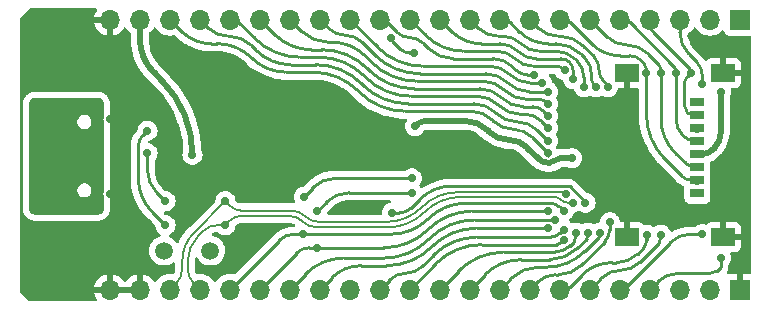
<source format=gbl>
%TF.GenerationSoftware,KiCad,Pcbnew,8.0.4*%
%TF.CreationDate,2024-11-09T01:04:21+01:00*%
%TF.ProjectId,NatSi-DevKit,4e617453-692d-4446-9576-4b69742e6b69,v1.0.0*%
%TF.SameCoordinates,Original*%
%TF.FileFunction,Copper,L4,Bot*%
%TF.FilePolarity,Positive*%
%FSLAX46Y46*%
G04 Gerber Fmt 4.6, Leading zero omitted, Abs format (unit mm)*
G04 Created by KiCad (PCBNEW 8.0.4) date 2024-11-09 01:04:21*
%MOMM*%
%LPD*%
G01*
G04 APERTURE LIST*
%TA.AperFunction,ComponentPad*%
%ADD10C,1.500000*%
%TD*%
%TA.AperFunction,ComponentPad*%
%ADD11O,1.700000X0.900000*%
%TD*%
%TA.AperFunction,ComponentPad*%
%ADD12O,2.000000X0.900000*%
%TD*%
%TA.AperFunction,SMDPad,CuDef*%
%ADD13R,2.000000X1.500000*%
%TD*%
%TA.AperFunction,SMDPad,CuDef*%
%ADD14R,1.200000X0.800000*%
%TD*%
%TA.AperFunction,ComponentPad*%
%ADD15O,1.700000X1.700000*%
%TD*%
%TA.AperFunction,ComponentPad*%
%ADD16R,1.700000X1.700000*%
%TD*%
%TA.AperFunction,ViaPad*%
%ADD17C,0.700000*%
%TD*%
%TA.AperFunction,Conductor*%
%ADD18C,0.250000*%
%TD*%
%TA.AperFunction,Conductor*%
%ADD19C,0.200000*%
%TD*%
%TA.AperFunction,Conductor*%
%ADD20C,0.500000*%
%TD*%
G04 APERTURE END LIST*
D10*
X124715000Y-107958000D03*
X128652000Y-107958000D03*
D11*
X114301000Y-104278000D03*
X114301000Y-95628000D03*
D12*
X118471000Y-104278000D03*
X118471000Y-95628000D03*
D13*
X172086000Y-106815000D03*
X163886000Y-106815000D03*
X163886000Y-92925000D03*
X172086000Y-92925000D03*
D14*
X169886000Y-95395000D03*
X169886000Y-96495000D03*
X169886000Y-97595000D03*
X169886000Y-98695000D03*
X169886000Y-99795000D03*
X169886000Y-100895000D03*
X169886000Y-101995000D03*
X169886000Y-103095000D03*
D15*
X120143000Y-88400000D03*
X122683000Y-88400000D03*
X125223000Y-88400000D03*
X127763000Y-88400000D03*
X130303000Y-88400000D03*
X132843000Y-88400000D03*
X135383000Y-88400000D03*
X137923000Y-88400000D03*
X140463000Y-88400000D03*
X143003000Y-88400000D03*
X145543000Y-88400000D03*
X148083000Y-88400000D03*
X150623000Y-88400000D03*
X153163000Y-88400000D03*
X155703000Y-88400000D03*
X158243000Y-88400000D03*
X160783000Y-88400000D03*
X163323000Y-88400000D03*
X165863000Y-88400000D03*
X168403000Y-88400000D03*
X170943000Y-88400000D03*
D16*
X173483000Y-88400000D03*
D15*
X120143000Y-111260000D03*
X122683000Y-111260000D03*
X125223000Y-111260000D03*
X127763000Y-111260000D03*
X130303000Y-111260000D03*
X132843000Y-111260000D03*
X135383000Y-111260000D03*
X137923000Y-111260000D03*
X140463000Y-111260000D03*
X143003000Y-111260000D03*
X145543000Y-111260000D03*
X148083000Y-111260000D03*
X150623000Y-111260000D03*
X153163000Y-111260000D03*
X155703000Y-111260000D03*
X158243000Y-111260000D03*
X160783000Y-111260000D03*
X163323000Y-111260000D03*
X165863000Y-111260000D03*
X168403000Y-111260000D03*
X170943000Y-111260000D03*
D16*
X173483000Y-111260000D03*
D17*
X170308000Y-93861000D03*
X156719000Y-93734000D03*
X158751000Y-103157000D03*
X129922000Y-103767000D03*
X129922000Y-105799000D03*
X159346000Y-103894000D03*
X127074000Y-95004000D03*
X125477000Y-104783000D03*
X160148000Y-105214800D03*
X132614400Y-103386000D03*
X169860600Y-97620400D03*
X140200000Y-99474400D03*
X130938000Y-97925000D03*
X160576600Y-102420800D03*
X123318000Y-95893000D03*
X129875000Y-95930000D03*
X172108200Y-106738800D03*
X137950000Y-95930000D03*
X125019800Y-99728400D03*
X135256000Y-103386000D03*
X173151000Y-91080000D03*
X123343400Y-105621200D03*
X140155000Y-104148000D03*
X145009600Y-98433000D03*
X131011000Y-106561000D03*
X120143000Y-96782000D03*
X120140000Y-103145813D03*
X147041600Y-98458400D03*
X143965552Y-89977448D03*
X145870000Y-91194000D03*
X158642002Y-92674598D03*
X136526000Y-106561000D03*
X158547800Y-104605200D03*
X145695400Y-101836600D03*
X136551400Y-103386000D03*
X158546899Y-106169102D03*
X158621045Y-107066045D03*
X168072800Y-92921200D03*
X169342800Y-92921200D03*
X157227000Y-97544000D03*
X157221061Y-98655799D03*
X157227000Y-95512000D03*
X159259000Y-100130000D03*
X145984200Y-97425600D03*
X169886000Y-99795000D03*
X171857400Y-94496000D03*
X166802800Y-92921200D03*
X157227000Y-96528000D03*
X169860600Y-102020400D03*
X165562002Y-92921200D03*
X144019000Y-104757600D03*
X160402000Y-103894000D03*
X127128000Y-99830000D03*
X124842000Y-103767000D03*
X123318000Y-99703000D03*
X166802800Y-106611800D03*
X161672000Y-106434000D03*
X157227000Y-94496000D03*
X161291000Y-94115000D03*
X160275000Y-94115000D03*
X159640000Y-106434000D03*
X157791935Y-105352391D03*
X162307000Y-94115000D03*
X157227000Y-106053000D03*
X162459400Y-105545000D03*
X171881000Y-108580000D03*
X156007540Y-93059000D03*
X165583600Y-106637200D03*
X159360600Y-93429200D03*
X170308000Y-106561000D03*
X160656000Y-106434000D03*
X157227000Y-99703000D03*
X123318000Y-97798000D03*
X124842000Y-105799000D03*
X145710000Y-103055800D03*
X137716220Y-104608780D03*
X137669000Y-107704000D03*
X157227000Y-104616000D03*
D18*
X168403000Y-89479500D02*
X168403000Y-88400000D01*
X169814087Y-91970085D02*
X169166322Y-91322321D01*
X170308000Y-93861000D02*
X170308000Y-93162500D01*
X169814087Y-91970085D02*
G75*
G02*
X170308010Y-93162500I-1192387J-1192415D01*
G01*
X169166322Y-91322321D02*
G75*
G02*
X168402988Y-89479500I1842778J1842821D01*
G01*
X142806208Y-90743207D02*
X140463000Y-88400000D01*
X155674829Y-93734000D02*
X156719000Y-93734000D01*
X152302172Y-92337000D02*
X146653964Y-92337000D01*
X155674829Y-93734000D02*
G75*
G02*
X153988492Y-93035508I-29J2384800D01*
G01*
X146653964Y-92337000D02*
G75*
G02*
X142806215Y-90743200I36J5441600D01*
G01*
X152302172Y-92337000D02*
G75*
G02*
X153988508Y-93035492I28J-2384800D01*
G01*
D19*
X131272320Y-104557999D02*
X135494045Y-104557999D01*
X158751000Y-103157000D02*
X158675000Y-103081000D01*
X158491520Y-103005000D02*
X149607091Y-103005000D01*
X130317500Y-104162499D02*
X129922000Y-103767000D01*
X137815555Y-105519600D02*
X143536310Y-105519600D01*
X127255828Y-106433172D02*
X129922000Y-103767000D01*
X126267999Y-108818001D02*
X126267999Y-109476075D01*
X125745500Y-110737500D02*
X125223000Y-111260000D01*
X146571700Y-104262300D02*
G75*
G02*
X143536310Y-105519604I-3035400J3035400D01*
G01*
X146571700Y-104262300D02*
G75*
G02*
X149607091Y-103004996I3035400J-3035400D01*
G01*
X131272320Y-104557999D02*
G75*
G02*
X130317494Y-104162505I-20J1350299D01*
G01*
X136654800Y-105038799D02*
G75*
G03*
X137815555Y-105519618I1160800J1160799D01*
G01*
X126267999Y-108818001D02*
G75*
G02*
X127255818Y-106433162I3372701J1D01*
G01*
X125745500Y-110737500D02*
G75*
G03*
X126267989Y-109476075I-1261400J1261400D01*
G01*
X158675000Y-103081000D02*
G75*
G03*
X158491520Y-103004992I-183500J-183500D01*
G01*
X135494045Y-104557999D02*
G75*
G02*
X136654766Y-105038833I-45J-1641501D01*
G01*
X126718001Y-108886125D02*
X126718001Y-109476075D01*
X159346000Y-103894000D02*
X158914536Y-103894000D01*
X149882538Y-103405000D02*
X157733985Y-103405000D01*
X129922000Y-105799000D02*
X129224199Y-105799000D01*
X127622199Y-106703198D02*
X128032977Y-106292420D01*
X143673663Y-105976800D02*
X137642845Y-105976800D01*
X127240501Y-110737500D02*
X127763000Y-111260000D01*
X129922000Y-105799000D02*
X130317500Y-105403500D01*
X131272320Y-105008001D02*
X135303957Y-105008001D01*
X146778100Y-104690900D02*
G75*
G02*
X149882538Y-103405015I3104400J-3104400D01*
G01*
X131272320Y-105008001D02*
G75*
G03*
X130317494Y-105403494I-20J-1350299D01*
G01*
X126718001Y-108886125D02*
G75*
G02*
X127622192Y-106703191I3087099J25D01*
G01*
X136473401Y-105492400D02*
G75*
G03*
X137642845Y-105976751I1169399J1169500D01*
G01*
X136473401Y-105492400D02*
G75*
G03*
X135303957Y-105008018I-1169401J-1169400D01*
G01*
X158914536Y-103894000D02*
G75*
G02*
X158324237Y-103649523I-36J834800D01*
G01*
X129224199Y-105799000D02*
G75*
G03*
X128032986Y-106292429I1J-1684600D01*
G01*
X127240501Y-110737500D02*
G75*
G02*
X126718012Y-109476075I1261399J1261400D01*
G01*
X158324260Y-103649500D02*
G75*
G03*
X157733985Y-103405018I-590260J-590300D01*
G01*
X143673663Y-105976800D02*
G75*
G03*
X146778111Y-104690911I37J4390300D01*
G01*
D18*
X146876500Y-89733500D02*
X145543000Y-88400000D01*
X158065687Y-92337000D02*
X155966026Y-92337000D01*
X143965552Y-90052600D02*
X143965552Y-89977448D01*
X145450900Y-91194000D02*
X145870000Y-91194000D01*
X158473203Y-92505799D02*
X158642002Y-92674598D01*
X144018692Y-90180892D02*
X144735451Y-90897651D01*
X152899975Y-91067000D02*
X150095854Y-91067000D01*
X146876500Y-89733500D02*
G75*
G03*
X150095854Y-91067019I3219400J3219400D01*
G01*
X145450900Y-91194000D02*
G75*
G02*
X144735450Y-90897652I0J1011800D01*
G01*
X154433000Y-91702000D02*
G75*
G03*
X155966026Y-92336989I1533000J1533000D01*
G01*
X158065687Y-92337000D02*
G75*
G02*
X158473207Y-92505795I13J-576300D01*
G01*
X152899975Y-91067000D02*
G75*
G02*
X154433008Y-91701992I25J-2168000D01*
G01*
X143965552Y-90052600D02*
G75*
G03*
X144018689Y-90180895I181448J0D01*
G01*
X135764000Y-106561000D02*
X136526000Y-106561000D01*
X143944381Y-106561000D02*
X136526000Y-106561000D01*
X158215700Y-104273100D02*
X158547800Y-104605200D01*
X134463185Y-107099815D02*
X130303000Y-111260000D01*
X145695400Y-101836600D02*
X139196392Y-101836600D01*
X150269620Y-103941000D02*
X157413940Y-103941000D01*
X136551400Y-103386000D02*
X137326100Y-102611300D01*
X137326100Y-102611300D02*
G75*
G02*
X139196392Y-101836596I1870300J-1870300D01*
G01*
X135764000Y-106561000D02*
G75*
G03*
X134463191Y-107099821I0J-1839600D01*
G01*
X150269620Y-103941000D02*
G75*
G03*
X147106994Y-105250994I-20J-4472600D01*
G01*
X147107000Y-105251000D02*
G75*
G02*
X143944381Y-106560992I-3162600J3162600D01*
G01*
X158215700Y-104273100D02*
G75*
G03*
X157413940Y-103940954I-801800J-801700D01*
G01*
X147543250Y-108339000D02*
X146591742Y-109290508D01*
X151222512Y-106815000D02*
X157444283Y-106815000D01*
X143827509Y-110435491D02*
X143003000Y-111260000D01*
X158546899Y-106169102D02*
X158223950Y-106492051D01*
X145209625Y-109863000D02*
G75*
G03*
X146591728Y-109290494I-25J1954600D01*
G01*
X157444283Y-106815000D02*
G75*
G03*
X158223955Y-106492056I17J1102600D01*
G01*
X145209625Y-109863000D02*
G75*
G03*
X143827498Y-110435480I-25J-1954600D01*
G01*
X151222512Y-106815000D02*
G75*
G03*
X147543236Y-108338986I-12J-5203300D01*
G01*
X147759208Y-109043792D02*
X145543000Y-111260000D01*
X158621045Y-107066045D02*
X158429068Y-107258022D01*
X151606964Y-107450000D02*
X157965593Y-107450000D01*
X157965593Y-107450000D02*
G75*
G03*
X158429081Y-107258035I7J655500D01*
G01*
X151606964Y-107450000D02*
G75*
G03*
X147759216Y-109043800I36J-5441600D01*
G01*
X169572500Y-98655000D02*
X170012000Y-98655000D01*
X168072800Y-92921200D02*
X168072800Y-92718000D01*
X163640500Y-88400000D02*
X163323000Y-88400000D01*
X168822227Y-98344226D02*
X168602901Y-98124899D01*
X168072800Y-96845125D02*
X168072800Y-92921200D01*
X164182507Y-88624506D02*
X167929116Y-92371115D01*
X168822227Y-98344226D02*
G75*
G03*
X169572500Y-98654984I750273J750326D01*
G01*
X164182507Y-88624506D02*
G75*
G03*
X163640500Y-88399996I-542007J-541994D01*
G01*
X167929116Y-92371115D02*
G75*
G02*
X168072791Y-92718000I-346916J-346885D01*
G01*
X168602901Y-98124899D02*
G75*
G02*
X168072791Y-96845125I1279799J1279799D01*
G01*
X169037323Y-96273322D02*
X169021500Y-96257500D01*
X169342800Y-92921200D02*
X169342800Y-92781500D01*
X166132408Y-89431407D02*
X169244018Y-92543017D01*
X165863000Y-88781000D02*
X165863000Y-88400000D01*
X169063400Y-93200600D02*
X169342800Y-92921200D01*
X168784000Y-95684124D02*
X168784000Y-93875131D01*
X169572500Y-96495000D02*
X169886000Y-96495000D01*
X166132408Y-89431407D02*
G75*
G02*
X165862996Y-88781000I650392J650407D01*
G01*
X168784000Y-95684124D02*
G75*
G03*
X169021507Y-96257493I810900J24D01*
G01*
X169572500Y-96495000D02*
G75*
G02*
X169037313Y-96273332I0J756900D01*
G01*
X169063400Y-93200600D02*
G75*
G03*
X168784013Y-93875131I674500J-674500D01*
G01*
X169244018Y-92543017D02*
G75*
G02*
X169342791Y-92781500I-238518J-238483D01*
G01*
X141675794Y-93168792D02*
X141790208Y-93283207D01*
X136231065Y-91575000D02*
X137828037Y-91575000D01*
X156655500Y-96972500D02*
X157227000Y-97544000D01*
X155275777Y-96401000D02*
X154875631Y-96401000D01*
X130557000Y-88400000D02*
X130303000Y-88400000D01*
X132398500Y-89987500D02*
X130990606Y-88579605D01*
X151196370Y-94877000D02*
X145637964Y-94877000D01*
X132398500Y-89987500D02*
G75*
G03*
X136231065Y-91575015I3832600J3832600D01*
G01*
X130557000Y-88400000D02*
G75*
G02*
X130990603Y-88579608I0J-613200D01*
G01*
X154875631Y-96401000D02*
G75*
G02*
X153035991Y-95639009I-31J2601600D01*
G01*
X151196370Y-94877000D02*
G75*
G02*
X153036009Y-95638991I30J-2601600D01*
G01*
X141675794Y-93168792D02*
G75*
G03*
X137828037Y-91574988I-3847794J-3847808D01*
G01*
X155275777Y-96401000D02*
G75*
G02*
X156655507Y-96972493I23J-1951200D01*
G01*
X145637964Y-94877000D02*
G75*
G02*
X141790215Y-93283200I36J5441600D01*
G01*
X145383964Y-95512000D02*
X150942370Y-95512000D01*
X130239500Y-89797000D02*
X130147829Y-89797000D01*
X141421793Y-93803792D02*
X141536208Y-93918206D01*
X132525500Y-91003500D02*
X132082322Y-90560321D01*
X156328614Y-97763351D02*
X157221061Y-98655799D01*
X128461500Y-89098500D02*
X127763000Y-88400000D01*
X152816649Y-96308648D02*
X152782001Y-96273999D01*
X135438249Y-92210000D02*
X137574037Y-92210000D01*
X150942370Y-95512000D02*
G75*
G02*
X152782009Y-96273991I30J-2601600D01*
G01*
X141421793Y-93803792D02*
G75*
G03*
X137574037Y-92209959I-3847793J-3847708D01*
G01*
X152816649Y-96308648D02*
G75*
G03*
X154572631Y-97035988I1755951J1755948D01*
G01*
X130239500Y-89797000D02*
G75*
G02*
X132082312Y-90560331I0J-2606100D01*
G01*
X145383964Y-95512000D02*
G75*
G02*
X141536215Y-93918199I36J5441600D01*
G01*
X154572631Y-97036000D02*
G75*
G02*
X156328591Y-97763374I-31J-2483300D01*
G01*
X135438249Y-92210000D02*
G75*
G02*
X132525515Y-91003485I51J4119300D01*
G01*
X128461500Y-89098500D02*
G75*
G03*
X130147829Y-89796988I1686300J1686300D01*
G01*
X157227000Y-95512000D02*
X157036500Y-95321500D01*
X136335500Y-89352500D02*
X135383000Y-88400000D01*
X138635039Y-90305000D02*
X138939000Y-90305000D01*
X156576593Y-95131000D02*
X155383631Y-95131000D01*
X146145964Y-93607000D02*
X151704370Y-93607000D01*
X142298208Y-92013206D02*
X141757434Y-91472433D01*
X146145964Y-93607000D02*
G75*
G02*
X142298215Y-92013199I36J5441600D01*
G01*
X156576593Y-95131000D02*
G75*
G02*
X157036502Y-95321498I7J-650400D01*
G01*
X151704370Y-93607000D02*
G75*
G02*
X153544009Y-94368991I30J-2601600D01*
G01*
X138939000Y-90305000D02*
G75*
G02*
X141757440Y-91472427I0J-3985900D01*
G01*
X155383631Y-95131000D02*
G75*
G02*
X153543991Y-94369009I-31J2601600D01*
G01*
X138635039Y-90305000D02*
G75*
G02*
X136335489Y-89352511I-39J3252000D01*
G01*
D20*
X157199500Y-100504704D02*
X157375341Y-100504704D01*
X171094843Y-99472157D02*
X171334700Y-99232300D01*
X150191969Y-96968400D02*
X146764690Y-96968400D01*
X152235481Y-97886480D02*
X152113200Y-97764200D01*
X158279956Y-100130000D02*
X159259000Y-100130000D01*
X146212800Y-97197000D02*
X145984200Y-97425600D01*
X170412000Y-99755000D02*
X170012000Y-99755000D01*
X156447015Y-100193014D02*
X155487520Y-99233519D01*
X171857400Y-97970390D02*
X171857400Y-94496000D01*
X171094843Y-99472157D02*
G75*
G02*
X170412000Y-99754996I-682843J682857D01*
G01*
X152235481Y-97886480D02*
G75*
G03*
X153861500Y-98560011I1626019J1625980D01*
G01*
X153861500Y-98560000D02*
G75*
G02*
X155487512Y-99233527I0J-2299500D01*
G01*
X171857400Y-97970390D02*
G75*
G02*
X171334703Y-99232303I-1784600J-10D01*
G01*
X146764690Y-96968400D02*
G75*
G03*
X146212803Y-97197003I10J-780500D01*
G01*
X157199500Y-100504704D02*
G75*
G02*
X156447009Y-100193020I0J1064204D01*
G01*
X158279956Y-100130000D02*
G75*
G03*
X157827662Y-100317366I44J-639700D01*
G01*
X157375341Y-100504704D02*
G75*
G03*
X157827637Y-100317341I-41J639704D01*
G01*
X150191969Y-96968400D02*
G75*
G02*
X152113209Y-97764191I31J-2717000D01*
G01*
D18*
X168877723Y-100558722D02*
X167988401Y-99669399D01*
X162223580Y-89840579D02*
X160783000Y-88400000D01*
X166802800Y-92654500D02*
X166802800Y-92921200D01*
X169593000Y-100855000D02*
X170012000Y-100855000D01*
X165692421Y-91277420D02*
X166614215Y-92199214D01*
X166802800Y-96807108D02*
X166802800Y-92921200D01*
X166802800Y-92654500D02*
G75*
G03*
X166614221Y-92199208I-643900J0D01*
G01*
X169593000Y-100855000D02*
G75*
G02*
X168877713Y-100558732I0J1011600D01*
G01*
X163958000Y-90559000D02*
G75*
G02*
X165692412Y-91277429I0J-2452800D01*
G01*
X162223580Y-89840579D02*
G75*
G03*
X163958000Y-90559011I1734420J1734379D01*
G01*
X166802800Y-96807108D02*
G75*
G03*
X167988402Y-99669398I4047900J8D01*
G01*
X157227000Y-96528000D02*
X156846000Y-96147000D01*
X137179052Y-90940000D02*
X138082037Y-90940000D01*
X142044208Y-92648207D02*
X141929794Y-92533792D01*
X155129631Y-95766000D02*
X155926185Y-95766000D01*
X134113000Y-89670000D02*
X132843000Y-88400000D01*
X151450370Y-94242000D02*
X145891964Y-94242000D01*
X141929794Y-92533792D02*
G75*
G03*
X138082037Y-90939988I-3847794J-3847808D01*
G01*
X156846000Y-96147000D02*
G75*
G03*
X155926185Y-95766006I-919800J-919800D01*
G01*
X137179052Y-90940000D02*
G75*
G02*
X134113014Y-89669986I48J4336100D01*
G01*
X151450370Y-94242000D02*
G75*
G02*
X153290009Y-95003991I30J-2601600D01*
G01*
X155129631Y-95766000D02*
G75*
G02*
X153289991Y-95004009I-31J2601600D01*
G01*
X142044208Y-92648207D02*
G75*
G03*
X145891964Y-94242010I3847792J3847807D01*
G01*
X169444500Y-102020400D02*
X169900356Y-102020400D01*
X165338840Y-92066839D02*
X165141002Y-91869000D01*
X165562002Y-92605601D02*
X165562002Y-92921200D01*
X165562002Y-92921200D02*
X165562002Y-96386038D01*
X158560500Y-88400000D02*
X158243000Y-88400000D01*
X160402000Y-103873702D02*
X160402000Y-103894000D01*
X146376000Y-103619800D02*
X145669253Y-104326547D01*
X167155795Y-100233794D02*
X168587362Y-101665361D01*
X158979123Y-102482000D02*
X149122893Y-102482000D01*
X163323000Y-91448000D02*
X164124615Y-91448000D01*
X159102507Y-88624506D02*
X160938173Y-90460171D01*
X159066993Y-102518397D02*
X160387648Y-103839052D01*
X169979300Y-101987700D02*
X170012000Y-101955000D01*
X144628600Y-104757600D02*
X144019000Y-104757600D01*
X163323000Y-91448000D02*
G75*
G02*
X160938163Y-90460181I0J3372700D01*
G01*
X165338840Y-92066839D02*
G75*
G02*
X165562008Y-92605601I-538740J-538761D01*
G01*
X146376000Y-103619800D02*
G75*
G02*
X149122893Y-102481997I2746900J-2746900D01*
G01*
X158979123Y-102482000D02*
G75*
G02*
X159066988Y-102518402I-23J-124300D01*
G01*
X160402000Y-103873702D02*
G75*
G03*
X160387648Y-103839052I-49000J2D01*
G01*
X165141002Y-91869000D02*
G75*
G03*
X164124615Y-91447992I-1016402J-1016400D01*
G01*
X167155795Y-100233794D02*
G75*
G02*
X165561990Y-96386038I3847805J3847794D01*
G01*
X158560500Y-88400000D02*
G75*
G02*
X159102504Y-88624509I0J-766500D01*
G01*
X144628600Y-104757600D02*
G75*
G03*
X145669252Y-104326546I0J1471700D01*
G01*
X169444500Y-102020400D02*
G75*
G02*
X168587357Y-101665366I0J1212200D01*
G01*
X169900356Y-102020400D02*
G75*
G03*
X169979313Y-101987713I44J111600D01*
G01*
D20*
X122683000Y-90051000D02*
X122683000Y-88400000D01*
X124534308Y-93553306D02*
X123850434Y-92869433D01*
X127128000Y-99830000D02*
X127128000Y-99815029D01*
X123850434Y-92869433D02*
G75*
G02*
X122683010Y-90051000I2818466J2818433D01*
G01*
X124534308Y-93553306D02*
G75*
G02*
X127127982Y-99815029I-6261708J-6261694D01*
G01*
D18*
X124842000Y-103767000D02*
X124080000Y-103005000D01*
X123318000Y-99703000D02*
X123318000Y-101165369D01*
X123318000Y-101165369D02*
G75*
G03*
X124079991Y-103005009I2601600J-31D01*
G01*
X165012520Y-108935480D02*
X166614215Y-107333785D01*
X161760481Y-110282519D02*
X160783000Y-111260000D01*
X166802800Y-106611800D02*
X166802800Y-106878500D01*
X165012520Y-108935480D02*
G75*
G02*
X163386500Y-109609011I-1626020J1625980D01*
G01*
X163386500Y-109609000D02*
G75*
G03*
X161760489Y-110282527I0J-2299500D01*
G01*
X166802800Y-106878500D02*
G75*
G02*
X166614221Y-107333791I-643900J0D01*
G01*
X161672000Y-106561000D02*
X161672000Y-106434000D01*
X157119147Y-109355000D02*
X156415039Y-109355000D01*
X154115500Y-110307500D02*
X153163000Y-111260000D01*
X161582198Y-106777802D02*
X160338500Y-108021500D01*
X157119147Y-109355000D02*
G75*
G03*
X160338486Y-108021486I-47J4552900D01*
G01*
X161672000Y-106561000D02*
G75*
G02*
X161582197Y-106777801I-306600J0D01*
G01*
X154115500Y-110307500D02*
G75*
G02*
X156415039Y-109355016I2299500J-2299500D01*
G01*
X138667284Y-89144283D02*
X137923000Y-88400000D01*
X146399964Y-92972000D02*
X151958370Y-92972000D01*
X141485717Y-90311716D02*
X142552208Y-91378206D01*
X155637631Y-94496000D02*
X157227000Y-94496000D01*
X140076500Y-89728000D02*
G75*
G02*
X141485710Y-90311723I0J-1992900D01*
G01*
X146399964Y-92972000D02*
G75*
G02*
X142552215Y-91378199I36J5441600D01*
G01*
X153798000Y-93734000D02*
G75*
G03*
X155637631Y-94495987I1839600J1839600D01*
G01*
X140076500Y-89728000D02*
G75*
G02*
X138667290Y-89144277I0J1992900D01*
G01*
X153798000Y-93734000D02*
G75*
G03*
X151958370Y-92972013I-1839600J-1839600D01*
G01*
X154022507Y-88624506D02*
X154814001Y-89415999D01*
X153480500Y-88400000D02*
X153163000Y-88400000D01*
X160021000Y-91321000D02*
X160371185Y-91671184D01*
X160910000Y-93464592D02*
X160910000Y-92972000D01*
X157874765Y-90432000D02*
X157266841Y-90432000D01*
X161100500Y-93924500D02*
X161291000Y-94115000D01*
X157874765Y-90432000D02*
G75*
G02*
X160021011Y-91320989I35J-3035200D01*
G01*
X160371185Y-91671184D02*
G75*
G02*
X160910010Y-92972000I-1300785J-1300816D01*
G01*
X157266841Y-90432000D02*
G75*
G02*
X154813988Y-89416012I-41J3468800D01*
G01*
X161100500Y-93924500D02*
G75*
G02*
X160910003Y-93464592I459900J459900D01*
G01*
X153480500Y-88400000D02*
G75*
G02*
X154022504Y-88624509I0J-766500D01*
G01*
X160275000Y-94115000D02*
X160275000Y-93289500D01*
X157890172Y-91067000D02*
X156474026Y-91067000D01*
X151321500Y-89098500D02*
X150623000Y-88400000D01*
X153007829Y-89797000D02*
X153407975Y-89797000D01*
X159691284Y-91880283D02*
X159576501Y-91765499D01*
X154941000Y-90432000D02*
G75*
G03*
X153407975Y-89797011I-1533000J-1533000D01*
G01*
X159691284Y-91880283D02*
G75*
G02*
X160275010Y-93289500I-1409184J-1409217D01*
G01*
X153007829Y-89797000D02*
G75*
G02*
X151321492Y-89098508I-29J2384800D01*
G01*
X154941000Y-90432000D02*
G75*
G03*
X156474026Y-91066989I1533000J1533000D01*
G01*
X157890172Y-91067000D02*
G75*
G02*
X159576508Y-91765492I28J-2384800D01*
G01*
X149670500Y-109672500D02*
X148083000Y-111260000D01*
X159640000Y-106434000D02*
X159640000Y-106717842D01*
X153503065Y-108085000D02*
X157790666Y-108085000D01*
X159439294Y-107202391D02*
X159098343Y-107543342D01*
X159439294Y-107202391D02*
G75*
G03*
X159640047Y-106717842I-484494J484591D01*
G01*
X149670500Y-109672500D02*
G75*
G02*
X153503065Y-108084985I3832600J-3832600D01*
G01*
X159098343Y-107543342D02*
G75*
G02*
X157790666Y-108084986I-1307643J1307642D01*
G01*
X139935854Y-108593000D02*
X143289037Y-108593000D01*
X147136793Y-106999207D02*
X147189817Y-106946183D01*
X136716500Y-109926500D02*
X135383000Y-111260000D01*
X157791935Y-105352391D02*
X151037573Y-105352391D01*
X151037573Y-105352391D02*
G75*
G03*
X147189839Y-106946205I27J-5441509D01*
G01*
X147136793Y-106999207D02*
G75*
G02*
X143289037Y-108593011I-3847793J3847807D01*
G01*
X136716500Y-109926500D02*
G75*
G02*
X139935854Y-108592981I3219400J-3219400D01*
G01*
X158087829Y-89797000D02*
X158243000Y-89797000D01*
X161994013Y-93675012D02*
X162459400Y-94140400D01*
X156401500Y-89098500D02*
X155703000Y-88400000D01*
X160194224Y-90605223D02*
X161095988Y-91506987D01*
X161545000Y-92591000D02*
G75*
G03*
X161994018Y-93675007I1533000J0D01*
G01*
X158087829Y-89797000D02*
G75*
G02*
X156401492Y-89098508I-29J2384800D01*
G01*
X161545000Y-92591000D02*
G75*
G03*
X161095982Y-91506993I-1533000J0D01*
G01*
X160194224Y-90605223D02*
G75*
G03*
X158243000Y-89796986I-1951224J-1951177D01*
G01*
X138939000Y-110244000D02*
X137923000Y-111260000D01*
X151217065Y-106053000D02*
X157227000Y-106053000D01*
X143551936Y-109228000D02*
X141391841Y-109228000D01*
X138939000Y-110244000D02*
G75*
G02*
X141391841Y-109228017I2452800J-2452800D01*
G01*
X147384500Y-107640500D02*
G75*
G02*
X151217065Y-106052985I3832600J-3832600D01*
G01*
X147384500Y-107640500D02*
G75*
G02*
X143551936Y-109228015I-3832600J3832600D01*
G01*
X162459400Y-106167300D02*
X162459400Y-105545000D01*
X158116000Y-109990000D02*
X157871026Y-109990000D01*
X160067224Y-109181776D02*
X162019368Y-107229632D01*
X156338000Y-110625000D02*
X155703000Y-111260000D01*
X158116000Y-109990000D02*
G75*
G03*
X160067235Y-109181787I0J2759500D01*
G01*
X162459400Y-106167300D02*
G75*
G02*
X162019375Y-107229639I-1502400J0D01*
G01*
X156338000Y-110625000D02*
G75*
G02*
X157871026Y-109990011I1533000J-1533000D01*
G01*
X166553000Y-110570000D02*
X165863000Y-111260000D01*
X171881000Y-109352602D02*
X171555002Y-109678600D01*
X170984769Y-109880000D02*
X168218808Y-109880000D01*
X171881000Y-108580000D02*
X171881000Y-109352602D01*
X171555002Y-109678600D02*
G75*
G02*
X170984769Y-109880022I-574202J717700D01*
G01*
X168218808Y-109880000D02*
G75*
G03*
X166552998Y-110569998I-8J-2355800D01*
G01*
X149213236Y-91702000D02*
X152584457Y-91702000D01*
X144458988Y-89474987D02*
X143518704Y-88534703D01*
X156007540Y-93059000D02*
X155454270Y-93059000D01*
X146627013Y-90373012D02*
X147067000Y-90813000D01*
X143193500Y-88400000D02*
X143003000Y-88400000D01*
X154222501Y-92380499D02*
X154509780Y-92667779D01*
X147067000Y-90813000D02*
G75*
G03*
X149213236Y-91701985I2146200J2146200D01*
G01*
X155454270Y-93059000D02*
G75*
G02*
X154509797Y-92667762I30J1335700D01*
G01*
X145543000Y-89924000D02*
G75*
G02*
X146627007Y-90373018I0J-1533000D01*
G01*
X154222501Y-92380499D02*
G75*
G03*
X152584457Y-91702017I-1638001J-1638001D01*
G01*
X144458988Y-89474987D02*
G75*
G03*
X145543000Y-89924007I1084012J1083987D01*
G01*
X143518704Y-88534703D02*
G75*
G03*
X143193500Y-88399997I-325204J-325197D01*
G01*
X164834300Y-108224700D02*
X165287252Y-107771748D01*
X160131271Y-110006729D02*
X159102507Y-111035493D01*
X165583600Y-106637200D02*
X165583600Y-107056300D01*
X165583600Y-106637200D02*
X165572327Y-106648473D01*
X162624500Y-108974000D02*
X163025330Y-108974000D01*
X158560500Y-111260000D02*
X158243000Y-111260000D01*
X165562002Y-106673399D02*
X165562002Y-106688000D01*
X159102507Y-111035493D02*
G75*
G02*
X158560500Y-111260004I-542007J541993D01*
G01*
X160131271Y-110006729D02*
G75*
G02*
X162624500Y-108974012I2493229J-2493271D01*
G01*
X165583600Y-107056300D02*
G75*
G02*
X165287253Y-107771749I-1011800J0D01*
G01*
X165562002Y-106673399D02*
G75*
G02*
X165572318Y-106648464I35298J-1D01*
G01*
X163025330Y-108974000D02*
G75*
G03*
X164834291Y-108224691I-30J2558300D01*
G01*
X159360600Y-92742654D02*
X159360600Y-93429200D01*
X151551841Y-90432000D02*
X153134925Y-90432000D01*
X149099000Y-89416000D02*
X148083000Y-88400000D01*
X158319946Y-91702000D02*
X156200976Y-91702000D01*
X153134925Y-90432000D02*
G75*
G02*
X154667933Y-91067017I-25J-2168000D01*
G01*
X154667950Y-91067000D02*
G75*
G03*
X156200976Y-91702025I1533050J1533000D01*
G01*
X149099000Y-89416000D02*
G75*
G03*
X151551841Y-90431983I2452800J2452800D01*
G01*
X158319946Y-91702000D02*
G75*
G02*
X159055815Y-92006785I54J-1040600D01*
G01*
X159360600Y-92742654D02*
G75*
G03*
X159055815Y-92006785I-1040600J54D01*
G01*
X163666803Y-111170197D02*
X167557580Y-107279420D01*
X170308000Y-106561000D02*
X169292000Y-106561000D01*
X163450000Y-111260000D02*
X163323000Y-111260000D01*
X163666803Y-111170197D02*
G75*
G02*
X163450000Y-111260002I-216803J216797D01*
G01*
X169292000Y-106561000D02*
G75*
G03*
X167557588Y-107279428I0J-2452800D01*
G01*
X151893000Y-109990000D02*
X150623000Y-111260000D01*
X160521297Y-106949703D02*
X159703500Y-107767500D01*
X160656000Y-106434000D02*
X160656000Y-106624500D01*
X154959052Y-108720000D02*
X157403962Y-108720000D01*
X157403962Y-108720000D02*
G75*
G03*
X159703511Y-107767511I38J3252000D01*
G01*
X151893000Y-109990000D02*
G75*
G02*
X154959052Y-108719980I3066100J-3066100D01*
G01*
X160521297Y-106949703D02*
G75*
G03*
X160656002Y-106624500I-325197J325203D01*
G01*
X152616481Y-96997480D02*
X152528000Y-96909000D01*
X141167793Y-94438792D02*
X141282208Y-94553206D01*
X129231752Y-90432000D02*
X128691841Y-90432000D01*
X157227000Y-99703000D02*
X155868520Y-98344519D01*
X137320037Y-92845000D02*
X135057249Y-92845000D01*
X126239000Y-89416000D02*
X125223000Y-88400000D01*
X150688370Y-96147000D02*
X145129964Y-96147000D01*
X157254296Y-99830000D02*
X157254296Y-99929704D01*
X155868520Y-98344519D02*
G75*
G03*
X154242500Y-97670988I-1626020J-1625981D01*
G01*
X152616481Y-96997480D02*
G75*
G03*
X154242500Y-97671011I1626019J1625980D01*
G01*
X128691841Y-90432000D02*
G75*
G02*
X126238988Y-89416012I-41J3468800D01*
G01*
X145129964Y-96147000D02*
G75*
G02*
X141282215Y-94553199I36J5441600D01*
G01*
X135057249Y-92845000D02*
G75*
G02*
X132144515Y-91638485I51J4119300D01*
G01*
X129231752Y-90432000D02*
G75*
G02*
X132144514Y-91638486I48J-4119200D01*
G01*
X150688370Y-96147000D02*
G75*
G02*
X152528009Y-96908991I30J-2601600D01*
G01*
X137320037Y-92845000D02*
G75*
G02*
X141167764Y-94438821I-37J-5441500D01*
G01*
X123699000Y-104656000D02*
X124842000Y-105799000D01*
X123318000Y-97798000D02*
X122937000Y-98179000D01*
X122556000Y-101896553D02*
X122556000Y-99098815D01*
X122937000Y-98179000D02*
G75*
G03*
X122556006Y-99098815I919800J-919800D01*
G01*
X123699000Y-104656000D02*
G75*
G02*
X122555978Y-101896553I2759500J2759500D01*
G01*
X135949988Y-108153012D02*
X132843000Y-111260000D01*
X157227000Y-104616000D02*
X150814546Y-104616000D01*
X145710000Y-103055800D02*
X145710000Y-102878000D01*
X137669000Y-107704000D02*
X143359455Y-107704000D01*
X137716220Y-104608780D02*
X138492710Y-103832290D01*
X137669000Y-107704000D02*
X137034000Y-107704000D01*
X145710000Y-103055800D02*
X140367323Y-103055800D01*
X150814546Y-104616000D02*
G75*
G03*
X147086987Y-106159987I-46J-5271500D01*
G01*
X143359455Y-107704000D02*
G75*
G03*
X147087013Y-106160013I45J5271500D01*
G01*
X138492710Y-103832290D02*
G75*
G02*
X140367323Y-103055815I1874590J-1874610D01*
G01*
X135949988Y-108153012D02*
G75*
G02*
X137034000Y-107703992I1084012J-1083988D01*
G01*
%TA.AperFunction,Conductor*%
G36*
X119002643Y-87450185D02*
G01*
X119048398Y-87502989D01*
X119058342Y-87572147D01*
X119037179Y-87625623D01*
X118969400Y-87722420D01*
X118969399Y-87722422D01*
X118869570Y-87936507D01*
X118869567Y-87936513D01*
X118812364Y-88149999D01*
X118812364Y-88150000D01*
X119709988Y-88150000D01*
X119677075Y-88207007D01*
X119643000Y-88334174D01*
X119643000Y-88465826D01*
X119677075Y-88592993D01*
X119709988Y-88650000D01*
X118812364Y-88650000D01*
X118869567Y-88863486D01*
X118869570Y-88863492D01*
X118969399Y-89077578D01*
X119104894Y-89271082D01*
X119271917Y-89438105D01*
X119465421Y-89573600D01*
X119679507Y-89673429D01*
X119679516Y-89673433D01*
X119893000Y-89730634D01*
X119893000Y-88833012D01*
X119950007Y-88865925D01*
X120077174Y-88900000D01*
X120208826Y-88900000D01*
X120335993Y-88865925D01*
X120393000Y-88833012D01*
X120393000Y-89730633D01*
X120606483Y-89673433D01*
X120606492Y-89673429D01*
X120820578Y-89573600D01*
X121014082Y-89438105D01*
X121181105Y-89271082D01*
X121311119Y-89085405D01*
X121365696Y-89041781D01*
X121435195Y-89034588D01*
X121497549Y-89066110D01*
X121514269Y-89085405D01*
X121644505Y-89271401D01*
X121644506Y-89271402D01*
X121811595Y-89438492D01*
X121811598Y-89438494D01*
X121811599Y-89438495D01*
X121879623Y-89486125D01*
X121923248Y-89540701D01*
X121932500Y-89587700D01*
X121932500Y-90130930D01*
X121932511Y-90131153D01*
X121932511Y-90237097D01*
X121961712Y-90608128D01*
X121961712Y-90608129D01*
X121984096Y-90749455D01*
X122019934Y-90975730D01*
X122103410Y-91323434D01*
X122106821Y-91337641D01*
X122221825Y-91691592D01*
X122364257Y-92035454D01*
X122533212Y-92367050D01*
X122533224Y-92367072D01*
X122727684Y-92684404D01*
X122727701Y-92684429D01*
X122946442Y-92985505D01*
X123022784Y-93074891D01*
X123170753Y-93248142D01*
X123188163Y-93268526D01*
X123263143Y-93343507D01*
X123263174Y-93343541D01*
X123302304Y-93382670D01*
X123302306Y-93382673D01*
X123302307Y-93382673D01*
X123319747Y-93400113D01*
X123319747Y-93400114D01*
X123343498Y-93423865D01*
X123379854Y-93460221D01*
X123379865Y-93460231D01*
X123947847Y-94028212D01*
X124002169Y-94082534D01*
X124004991Y-94085450D01*
X124363401Y-94468121D01*
X124368752Y-94474222D01*
X124700067Y-94877933D01*
X124705006Y-94884370D01*
X125009207Y-95308882D01*
X125013715Y-95315629D01*
X125289497Y-95759125D01*
X125293554Y-95766152D01*
X125539741Y-96226737D01*
X125543330Y-96234015D01*
X125758865Y-96709713D01*
X125761970Y-96717209D01*
X125945929Y-97205980D01*
X125948538Y-97213664D01*
X126100142Y-97713439D01*
X126102242Y-97721277D01*
X126126655Y-97825978D01*
X126201721Y-98147926D01*
X126220831Y-98229883D01*
X126222413Y-98237837D01*
X126302382Y-98722208D01*
X126307486Y-98753120D01*
X126308545Y-98761166D01*
X126359731Y-99280896D01*
X126360262Y-99288993D01*
X126364362Y-99414263D01*
X126348898Y-99476012D01*
X126349392Y-99476232D01*
X126348137Y-99479049D01*
X126347823Y-99480305D01*
X126346753Y-99482158D01*
X126346749Y-99482167D01*
X126291504Y-99652192D01*
X126291503Y-99652194D01*
X126272815Y-99830000D01*
X126291503Y-100007805D01*
X126291504Y-100007807D01*
X126346747Y-100177829D01*
X126346750Y-100177835D01*
X126436141Y-100332665D01*
X126476260Y-100377221D01*
X126555764Y-100465521D01*
X126555767Y-100465523D01*
X126555770Y-100465526D01*
X126700407Y-100570612D01*
X126863733Y-100643329D01*
X127038609Y-100680500D01*
X127038610Y-100680500D01*
X127217389Y-100680500D01*
X127217391Y-100680500D01*
X127392267Y-100643329D01*
X127555593Y-100570612D01*
X127700230Y-100465526D01*
X127819859Y-100332665D01*
X127909250Y-100177835D01*
X127964497Y-100007803D01*
X127983185Y-99830000D01*
X127964497Y-99652197D01*
X127923231Y-99525194D01*
X127909251Y-99482167D01*
X127907451Y-99479049D01*
X127886623Y-99442975D01*
X127870237Y-99388462D01*
X127869695Y-99379495D01*
X127843433Y-98945311D01*
X127773461Y-98369023D01*
X127668821Y-97798012D01*
X127529895Y-97234361D01*
X127529894Y-97234360D01*
X127529892Y-97234349D01*
X127395789Y-96803997D01*
X127357190Y-96680126D01*
X127151336Y-96137330D01*
X126913084Y-95607953D01*
X126643304Y-95093928D01*
X126583804Y-94995502D01*
X126342986Y-94597139D01*
X126342979Y-94597129D01*
X126013208Y-94119371D01*
X125655191Y-93662394D01*
X125270236Y-93227869D01*
X125197683Y-93155315D01*
X125117262Y-93074892D01*
X125117259Y-93074890D01*
X124409258Y-92366890D01*
X124409257Y-92366889D01*
X124383265Y-92340896D01*
X124379070Y-92336489D01*
X124220919Y-92161994D01*
X124171987Y-92108005D01*
X124164270Y-92098602D01*
X124150851Y-92080509D01*
X124041383Y-91932906D01*
X123982395Y-91853369D01*
X123975634Y-91843251D01*
X123818666Y-91581363D01*
X123812930Y-91570631D01*
X123682393Y-91294631D01*
X123677736Y-91283389D01*
X123651470Y-91209980D01*
X123574870Y-90995897D01*
X123571345Y-90984274D01*
X123497156Y-90688094D01*
X123494783Y-90676162D01*
X123449984Y-90374149D01*
X123448791Y-90362040D01*
X123433648Y-90053794D01*
X123433500Y-90047739D01*
X123433500Y-89587700D01*
X123453185Y-89520661D01*
X123486375Y-89486126D01*
X123554401Y-89438495D01*
X123721495Y-89271401D01*
X123851426Y-89085841D01*
X123906002Y-89042217D01*
X123975500Y-89035023D01*
X124037855Y-89066546D01*
X124054575Y-89085842D01*
X124184281Y-89271082D01*
X124184505Y-89271401D01*
X124351599Y-89438495D01*
X124448384Y-89506265D01*
X124545165Y-89574032D01*
X124545167Y-89574033D01*
X124545170Y-89574035D01*
X124759337Y-89673903D01*
X124759343Y-89673904D01*
X124759344Y-89673905D01*
X124810698Y-89687665D01*
X124987592Y-89735063D01*
X125164034Y-89750500D01*
X125222999Y-89755659D01*
X125223000Y-89755659D01*
X125223001Y-89755659D01*
X125281966Y-89750500D01*
X125458408Y-89735063D01*
X125558873Y-89708143D01*
X125628722Y-89709806D01*
X125678647Y-89740237D01*
X125738665Y-89800255D01*
X125738675Y-89800266D01*
X125742999Y-89804590D01*
X125743000Y-89804591D01*
X125760372Y-89821963D01*
X125760399Y-89822012D01*
X125796693Y-89858306D01*
X125796693Y-89858307D01*
X125923098Y-89984713D01*
X126196980Y-90214526D01*
X126196985Y-90214530D01*
X126489849Y-90419595D01*
X126595915Y-90480831D01*
X126799478Y-90598357D01*
X126937801Y-90662857D01*
X127123495Y-90749447D01*
X127123514Y-90749455D01*
X127459464Y-90871729D01*
X127459484Y-90871736D01*
X127541422Y-90893690D01*
X127804821Y-90964265D01*
X127804837Y-90964267D01*
X127804842Y-90964269D01*
X128156910Y-91026345D01*
X128156912Y-91026345D01*
X128156917Y-91026346D01*
X128513085Y-91057502D01*
X128691848Y-91057500D01*
X129155806Y-91057500D01*
X129155810Y-91057501D01*
X129228709Y-91057500D01*
X129234792Y-91057648D01*
X129568132Y-91074021D01*
X129580230Y-91075213D01*
X129907338Y-91123732D01*
X129919257Y-91126102D01*
X130240030Y-91206449D01*
X130251671Y-91209980D01*
X130563029Y-91321383D01*
X130574272Y-91326040D01*
X130873195Y-91467418D01*
X130883928Y-91473154D01*
X131167570Y-91643162D01*
X131177677Y-91649915D01*
X131443286Y-91846904D01*
X131452685Y-91854616D01*
X131659935Y-92042457D01*
X131699665Y-92078466D01*
X131704073Y-92082663D01*
X131729418Y-92108009D01*
X131761198Y-92139789D01*
X131761462Y-92140022D01*
X131834039Y-92212600D01*
X132117550Y-92454741D01*
X132419184Y-92673893D01*
X132436377Y-92684429D01*
X132737071Y-92868696D01*
X132737076Y-92868699D01*
X132737083Y-92868703D01*
X133069287Y-93037971D01*
X133413746Y-93180654D01*
X133768339Y-93295871D01*
X134130878Y-93382912D01*
X134499129Y-93441241D01*
X134870820Y-93470498D01*
X134988038Y-93470498D01*
X134988048Y-93470500D01*
X135057241Y-93470500D01*
X135133191Y-93470501D01*
X135133195Y-93470500D01*
X137317607Y-93470500D01*
X137322475Y-93470595D01*
X137693041Y-93485158D01*
X137702715Y-93485919D01*
X138068587Y-93529226D01*
X138078199Y-93530748D01*
X138439552Y-93602629D01*
X138448983Y-93604893D01*
X138803589Y-93704905D01*
X138812819Y-93707904D01*
X139158485Y-93835431D01*
X139167455Y-93839147D01*
X139502031Y-93993392D01*
X139510706Y-93997812D01*
X139832136Y-94177826D01*
X139840438Y-94182913D01*
X140146770Y-94387601D01*
X140154634Y-94393315D01*
X140443979Y-94621421D01*
X140451351Y-94627718D01*
X140507800Y-94679900D01*
X140724438Y-94880163D01*
X140727940Y-94883530D01*
X140734109Y-94889698D01*
X140774730Y-94930320D01*
X140786264Y-94941854D01*
X140786271Y-94941860D01*
X140832716Y-94988305D01*
X140839914Y-94995502D01*
X140887987Y-95043575D01*
X140888127Y-95043701D01*
X140993140Y-95148714D01*
X141085409Y-95228665D01*
X141320666Y-95432517D01*
X141667584Y-95692216D01*
X141667589Y-95692219D01*
X142032162Y-95926516D01*
X142412521Y-96134209D01*
X142806728Y-96314238D01*
X143212773Y-96465686D01*
X143456965Y-96537387D01*
X143628589Y-96587782D01*
X144052046Y-96679902D01*
X144052050Y-96679902D01*
X144052052Y-96679903D01*
X144481010Y-96741580D01*
X144866942Y-96769184D01*
X144913274Y-96772498D01*
X144913275Y-96772498D01*
X145058361Y-96772498D01*
X145058369Y-96772500D01*
X145068358Y-96772500D01*
X145129960Y-96772500D01*
X145164420Y-96772500D01*
X145231459Y-96792185D01*
X145277214Y-96844989D01*
X145287158Y-96914147D01*
X145271808Y-96958499D01*
X145202949Y-97077767D01*
X145202947Y-97077770D01*
X145147704Y-97247792D01*
X145147703Y-97247794D01*
X145129015Y-97425600D01*
X145147703Y-97603405D01*
X145147704Y-97603407D01*
X145202947Y-97773429D01*
X145202950Y-97773435D01*
X145292341Y-97928265D01*
X145300615Y-97937454D01*
X145411964Y-98061121D01*
X145411967Y-98061123D01*
X145411970Y-98061126D01*
X145556607Y-98166212D01*
X145719933Y-98238929D01*
X145894809Y-98276100D01*
X145894810Y-98276100D01*
X146073589Y-98276100D01*
X146073591Y-98276100D01*
X146248467Y-98238929D01*
X146411793Y-98166212D01*
X146556430Y-98061126D01*
X146676059Y-97928265D01*
X146761140Y-97780899D01*
X146811707Y-97732685D01*
X146868527Y-97718900D01*
X150113092Y-97718900D01*
X150113097Y-97718901D01*
X150188498Y-97718900D01*
X150195450Y-97719095D01*
X150210361Y-97719932D01*
X150405218Y-97730873D01*
X150419013Y-97732427D01*
X150622718Y-97767036D01*
X150636249Y-97770124D01*
X150834797Y-97827323D01*
X150847915Y-97831913D01*
X151038797Y-97910978D01*
X151051304Y-97917001D01*
X151232137Y-98016942D01*
X151243911Y-98024340D01*
X151412409Y-98143895D01*
X151423281Y-98152565D01*
X151579764Y-98292407D01*
X151584818Y-98297186D01*
X151638294Y-98350662D01*
X151638295Y-98350662D01*
X151761210Y-98473576D01*
X151761351Y-98473704D01*
X151810750Y-98523103D01*
X151940039Y-98629210D01*
X152042403Y-98713220D01*
X152291562Y-98879707D01*
X152291572Y-98879713D01*
X152291574Y-98879714D01*
X152555866Y-99020983D01*
X152832732Y-99135667D01*
X153119506Y-99222660D01*
X153413426Y-99281126D01*
X153711661Y-99310500D01*
X153782619Y-99310500D01*
X153857433Y-99310500D01*
X153865542Y-99310765D01*
X153882396Y-99311869D01*
X154055594Y-99323221D01*
X154071654Y-99325336D01*
X154254455Y-99361698D01*
X154270095Y-99365888D01*
X154446592Y-99425802D01*
X154461570Y-99432007D01*
X154628719Y-99514437D01*
X154642763Y-99522545D01*
X154731604Y-99581907D01*
X154797730Y-99626092D01*
X154810598Y-99635967D01*
X154953903Y-99761645D01*
X154959824Y-99767191D01*
X154974658Y-99782025D01*
X155019666Y-99827035D01*
X155019680Y-99827047D01*
X155856220Y-100663587D01*
X155856239Y-100663608D01*
X155860562Y-100667930D01*
X155860563Y-100667932D01*
X155880014Y-100687381D01*
X155880029Y-100687410D01*
X156000431Y-100807810D01*
X156000434Y-100807812D01*
X156000438Y-100807815D01*
X156000439Y-100807816D01*
X156189163Y-100952624D01*
X156315247Y-101025416D01*
X156395167Y-101071557D01*
X156395169Y-101071558D01*
X156395173Y-101071560D01*
X156614945Y-101162590D01*
X156707607Y-101187418D01*
X156844713Y-101224155D01*
X156844715Y-101224155D01*
X156844718Y-101224156D01*
X157014975Y-101246569D01*
X157080560Y-101255204D01*
X157080561Y-101255204D01*
X157125582Y-101255204D01*
X157290092Y-101255204D01*
X157290190Y-101255208D01*
X157296502Y-101255207D01*
X157296508Y-101255209D01*
X157324009Y-101255207D01*
X157324060Y-101255221D01*
X157375389Y-101255218D01*
X157375389Y-101255219D01*
X157466501Y-101255214D01*
X157647164Y-101231419D01*
X157823177Y-101184249D01*
X157991528Y-101114510D01*
X158149336Y-101023395D01*
X158293903Y-100912464D01*
X158293920Y-100912446D01*
X158295257Y-100911276D01*
X158295746Y-100911049D01*
X158297125Y-100909991D01*
X158297361Y-100910299D01*
X158358638Y-100881870D01*
X158377021Y-100880500D01*
X158827259Y-100880500D01*
X158877693Y-100891219D01*
X158994733Y-100943329D01*
X159169609Y-100980500D01*
X159169610Y-100980500D01*
X159348389Y-100980500D01*
X159348391Y-100980500D01*
X159523267Y-100943329D01*
X159686593Y-100870612D01*
X159831230Y-100765526D01*
X159950859Y-100632665D01*
X160040250Y-100477835D01*
X160095497Y-100307803D01*
X160114185Y-100130000D01*
X160095497Y-99952197D01*
X160040250Y-99782165D01*
X159950859Y-99627335D01*
X159904003Y-99575296D01*
X159831235Y-99494478D01*
X159831232Y-99494476D01*
X159831231Y-99494475D01*
X159831230Y-99494474D01*
X159686593Y-99389388D01*
X159523267Y-99316671D01*
X159523265Y-99316670D01*
X159386108Y-99287517D01*
X159348391Y-99279500D01*
X159169609Y-99279500D01*
X159161955Y-99281127D01*
X158994733Y-99316670D01*
X158877694Y-99368780D01*
X158827259Y-99379500D01*
X158365201Y-99379500D01*
X158365102Y-99379495D01*
X158358785Y-99379495D01*
X158353261Y-99379495D01*
X158331283Y-99379496D01*
X158331221Y-99379478D01*
X158188792Y-99379486D01*
X158116206Y-99389046D01*
X158047171Y-99378284D01*
X157994913Y-99331906D01*
X157992629Y-99328108D01*
X157939598Y-99236255D01*
X157923125Y-99168354D01*
X157939597Y-99112257D01*
X158002311Y-99003634D01*
X158057558Y-98833602D01*
X158076246Y-98655799D01*
X158057558Y-98477996D01*
X158022147Y-98369013D01*
X158002313Y-98307969D01*
X158002310Y-98307963D01*
X157999579Y-98303233D01*
X157920950Y-98167042D01*
X157904477Y-98099141D01*
X157920949Y-98043044D01*
X158008250Y-97891835D01*
X158063497Y-97721803D01*
X158082185Y-97544000D01*
X158063497Y-97366197D01*
X158026949Y-97253715D01*
X158008252Y-97196170D01*
X158008249Y-97196164D01*
X157951573Y-97097998D01*
X157935101Y-97030100D01*
X157951573Y-96974001D01*
X158008250Y-96875835D01*
X158063497Y-96705803D01*
X158082185Y-96528000D01*
X158063497Y-96350197D01*
X158025747Y-96234015D01*
X158008252Y-96180170D01*
X158008249Y-96180164D01*
X157983519Y-96137330D01*
X157951573Y-96081998D01*
X157935101Y-96014100D01*
X157951573Y-95958001D01*
X158008250Y-95859835D01*
X158063497Y-95689803D01*
X158082185Y-95512000D01*
X158063497Y-95334197D01*
X158029210Y-95228674D01*
X158008252Y-95164170D01*
X158008249Y-95164164D01*
X157951573Y-95065998D01*
X157935101Y-94998100D01*
X157951573Y-94942001D01*
X158008250Y-94843835D01*
X158063497Y-94673803D01*
X158082185Y-94496000D01*
X158063497Y-94318197D01*
X158027963Y-94208835D01*
X158008252Y-94148170D01*
X158008249Y-94148164D01*
X157918859Y-93993335D01*
X157863509Y-93931863D01*
X157799235Y-93860478D01*
X157799232Y-93860476D01*
X157799231Y-93860475D01*
X157799230Y-93860474D01*
X157684379Y-93777029D01*
X157654592Y-93755387D01*
X157654590Y-93755386D01*
X157637994Y-93747997D01*
X157584758Y-93702746D01*
X157565112Y-93647683D01*
X157555497Y-93556197D01*
X157512500Y-93423865D01*
X157500252Y-93386170D01*
X157500249Y-93386164D01*
X157498371Y-93382912D01*
X157410859Y-93231335D01*
X157407737Y-93227868D01*
X157355158Y-93169472D01*
X157324928Y-93106480D01*
X157333554Y-93037145D01*
X157378295Y-92983479D01*
X157444948Y-92962522D01*
X157447308Y-92962500D01*
X157754559Y-92962500D01*
X157821598Y-92982185D01*
X157861946Y-93024501D01*
X157950139Y-93177258D01*
X157950141Y-93177261D01*
X158069766Y-93310119D01*
X158069769Y-93310121D01*
X158069772Y-93310124D01*
X158214409Y-93415210D01*
X158377735Y-93487927D01*
X158426523Y-93498297D01*
X158488005Y-93531489D01*
X158521781Y-93592652D01*
X158524061Y-93606608D01*
X158524101Y-93606994D01*
X158524104Y-93607007D01*
X158579347Y-93777029D01*
X158579350Y-93777035D01*
X158668741Y-93931865D01*
X158686032Y-93951068D01*
X158788364Y-94064721D01*
X158788367Y-94064723D01*
X158788370Y-94064726D01*
X158933007Y-94169812D01*
X159096333Y-94242529D01*
X159271209Y-94279700D01*
X159344155Y-94279700D01*
X159411194Y-94299385D01*
X159456949Y-94352189D01*
X159462086Y-94365383D01*
X159493746Y-94462826D01*
X159493750Y-94462835D01*
X159583141Y-94617665D01*
X159606087Y-94643149D01*
X159702764Y-94750521D01*
X159702767Y-94750523D01*
X159702770Y-94750526D01*
X159847407Y-94855612D01*
X160010733Y-94928329D01*
X160185609Y-94965500D01*
X160185610Y-94965500D01*
X160364389Y-94965500D01*
X160364391Y-94965500D01*
X160539267Y-94928329D01*
X160702593Y-94855612D01*
X160710112Y-94850148D01*
X160775918Y-94826667D01*
X160843972Y-94842491D01*
X160855887Y-94850148D01*
X160863407Y-94855612D01*
X161026733Y-94928329D01*
X161201609Y-94965500D01*
X161201610Y-94965500D01*
X161380389Y-94965500D01*
X161380391Y-94965500D01*
X161555267Y-94928329D01*
X161718593Y-94855612D01*
X161726112Y-94850148D01*
X161791918Y-94826667D01*
X161859972Y-94842491D01*
X161871887Y-94850148D01*
X161879407Y-94855612D01*
X162042733Y-94928329D01*
X162217609Y-94965500D01*
X162217610Y-94965500D01*
X162396389Y-94965500D01*
X162396391Y-94965500D01*
X162571267Y-94928329D01*
X162734593Y-94855612D01*
X162879230Y-94750526D01*
X162889181Y-94739475D01*
X162905148Y-94721741D01*
X162998859Y-94617665D01*
X163088250Y-94462835D01*
X163143497Y-94292803D01*
X163144207Y-94286038D01*
X163170790Y-94221426D01*
X163228086Y-94181440D01*
X163267528Y-94175000D01*
X163636000Y-94175000D01*
X163636000Y-92799000D01*
X163655685Y-92731961D01*
X163708489Y-92686206D01*
X163760000Y-92675000D01*
X164012000Y-92675000D01*
X164079039Y-92694685D01*
X164124794Y-92747489D01*
X164136000Y-92799000D01*
X164136000Y-94175000D01*
X164812502Y-94175000D01*
X164879541Y-94194685D01*
X164925296Y-94247489D01*
X164936502Y-94299000D01*
X164936502Y-96334667D01*
X164936490Y-96334707D01*
X164936491Y-96602727D01*
X164967411Y-97034993D01*
X165029088Y-97463957D01*
X165121207Y-97887415D01*
X165226832Y-98247128D01*
X165243306Y-98303233D01*
X165374807Y-98655799D01*
X165394757Y-98709285D01*
X165574782Y-99103481D01*
X165782474Y-99483842D01*
X165782482Y-99483855D01*
X166016759Y-99848399D01*
X166016776Y-99848423D01*
X166276475Y-100195341D01*
X166462962Y-100410558D01*
X166560280Y-100522869D01*
X166696059Y-100658648D01*
X166696062Y-100658652D01*
X166774268Y-100736858D01*
X166774274Y-100736863D01*
X168087034Y-102049624D01*
X168087044Y-102049635D01*
X168111052Y-102073642D01*
X168111067Y-102073670D01*
X168230236Y-102192834D01*
X168230241Y-102192838D01*
X168421072Y-102339265D01*
X168421353Y-102339480D01*
X168629975Y-102459926D01*
X168629981Y-102459928D01*
X168629984Y-102459930D01*
X168712377Y-102494058D01*
X168766781Y-102537899D01*
X168788846Y-102604193D01*
X168788215Y-102621870D01*
X168785500Y-102647125D01*
X168785500Y-103542870D01*
X168785501Y-103542876D01*
X168791908Y-103602483D01*
X168842202Y-103737328D01*
X168842206Y-103737335D01*
X168928452Y-103852544D01*
X168928455Y-103852547D01*
X169043664Y-103938793D01*
X169043671Y-103938797D01*
X169178517Y-103989091D01*
X169178516Y-103989091D01*
X169185444Y-103989835D01*
X169238127Y-103995500D01*
X170533872Y-103995499D01*
X170593483Y-103989091D01*
X170728331Y-103938796D01*
X170843546Y-103852546D01*
X170929796Y-103737331D01*
X170980091Y-103602483D01*
X170986500Y-103542873D01*
X170986499Y-102647128D01*
X170980091Y-102587517D01*
X170980090Y-102587515D01*
X170980090Y-102587512D01*
X170978308Y-102579969D01*
X170979773Y-102579622D01*
X170975409Y-102518651D01*
X170979819Y-102503633D01*
X170980089Y-102502488D01*
X170980091Y-102502483D01*
X170986500Y-102442873D01*
X170986499Y-101547128D01*
X170980091Y-101487517D01*
X170980090Y-101487515D01*
X170980090Y-101487512D01*
X170978308Y-101479969D01*
X170979773Y-101479622D01*
X170975409Y-101418651D01*
X170979819Y-101403633D01*
X170980089Y-101402488D01*
X170980091Y-101402483D01*
X170986500Y-101342873D01*
X170986499Y-100491782D01*
X171006183Y-100424744D01*
X171058987Y-100378989D01*
X171062986Y-100377247D01*
X171172673Y-100331815D01*
X171367501Y-100219333D01*
X171545982Y-100082383D01*
X171567400Y-100060965D01*
X171567422Y-100060945D01*
X171573256Y-100055110D01*
X171573259Y-100055109D01*
X171667148Y-99961220D01*
X171681299Y-99947070D01*
X171681299Y-99947067D01*
X171691499Y-99936869D01*
X171691502Y-99936864D01*
X171829065Y-99799302D01*
X171829074Y-99799297D01*
X171865385Y-99762985D01*
X171865386Y-99762986D01*
X171966056Y-99662316D01*
X172143587Y-99439698D01*
X172295077Y-99198603D01*
X172418620Y-98942063D01*
X172512662Y-98673303D01*
X172576021Y-98395703D01*
X172585907Y-98307963D01*
X172599477Y-98187517D01*
X172607900Y-98112755D01*
X172607900Y-97970386D01*
X172607900Y-97891505D01*
X172607900Y-94930320D01*
X172624512Y-94868322D01*
X172638650Y-94843835D01*
X172693897Y-94673803D01*
X172712585Y-94496000D01*
X172693897Y-94318197D01*
X172693895Y-94318193D01*
X172693241Y-94311962D01*
X172705810Y-94243232D01*
X172753542Y-94192208D01*
X172816562Y-94175000D01*
X173133828Y-94175000D01*
X173133844Y-94174999D01*
X173193372Y-94168598D01*
X173193379Y-94168596D01*
X173328086Y-94118354D01*
X173328093Y-94118350D01*
X173443187Y-94032190D01*
X173443190Y-94032187D01*
X173529350Y-93917093D01*
X173529354Y-93917086D01*
X173579596Y-93782379D01*
X173579598Y-93782372D01*
X173585999Y-93722844D01*
X173586000Y-93722827D01*
X173586000Y-93175000D01*
X171960000Y-93175000D01*
X171892961Y-93155315D01*
X171847206Y-93102511D01*
X171836000Y-93051000D01*
X171836000Y-92675000D01*
X172336000Y-92675000D01*
X173586000Y-92675000D01*
X173586000Y-92127172D01*
X173585999Y-92127155D01*
X173579598Y-92067627D01*
X173579596Y-92067620D01*
X173529354Y-91932913D01*
X173529350Y-91932906D01*
X173443190Y-91817812D01*
X173443187Y-91817809D01*
X173328093Y-91731649D01*
X173328086Y-91731645D01*
X173193379Y-91681403D01*
X173193372Y-91681401D01*
X173133844Y-91675000D01*
X172336000Y-91675000D01*
X172336000Y-92675000D01*
X171836000Y-92675000D01*
X171836000Y-91675000D01*
X171038155Y-91675000D01*
X170978627Y-91681401D01*
X170978620Y-91681403D01*
X170843913Y-91731645D01*
X170843906Y-91731649D01*
X170728812Y-91817809D01*
X170716459Y-91834311D01*
X170660524Y-91876182D01*
X170590832Y-91881165D01*
X170529510Y-91847678D01*
X170512204Y-91825978D01*
X170510080Y-91822597D01*
X170409650Y-91696665D01*
X170348183Y-91619589D01*
X170279794Y-91551201D01*
X170279794Y-91551200D01*
X170279793Y-91551200D01*
X169669390Y-90940798D01*
X169669378Y-90940784D01*
X169622282Y-90893690D01*
X169611069Y-90882477D01*
X169606291Y-90877424D01*
X169465247Y-90719598D01*
X169456577Y-90708726D01*
X169385198Y-90608129D01*
X169336104Y-90538938D01*
X169328707Y-90527166D01*
X169269253Y-90419595D01*
X169228003Y-90344960D01*
X169221971Y-90332434D01*
X169219487Y-90326436D01*
X169142299Y-90140091D01*
X169137712Y-90126983D01*
X169080070Y-89926908D01*
X169076983Y-89913380D01*
X169042107Y-89708118D01*
X169040552Y-89694316D01*
X169039447Y-89674649D01*
X169055341Y-89606613D01*
X169092129Y-89566123D01*
X169120808Y-89546042D01*
X169274401Y-89438495D01*
X169441495Y-89271401D01*
X169571426Y-89085841D01*
X169626002Y-89042217D01*
X169695500Y-89035023D01*
X169757855Y-89066546D01*
X169774575Y-89085842D01*
X169904281Y-89271082D01*
X169904505Y-89271401D01*
X170071599Y-89438495D01*
X170168384Y-89506265D01*
X170265165Y-89574032D01*
X170265167Y-89574033D01*
X170265170Y-89574035D01*
X170479337Y-89673903D01*
X170479343Y-89673904D01*
X170479344Y-89673905D01*
X170530698Y-89687665D01*
X170707592Y-89735063D01*
X170884034Y-89750500D01*
X170942999Y-89755659D01*
X170943000Y-89755659D01*
X170943001Y-89755659D01*
X171001966Y-89750500D01*
X171178408Y-89735063D01*
X171406663Y-89673903D01*
X171620830Y-89574035D01*
X171814401Y-89438495D01*
X171936329Y-89316566D01*
X171997648Y-89283084D01*
X172067340Y-89288068D01*
X172123274Y-89329939D01*
X172140189Y-89360917D01*
X172189202Y-89492328D01*
X172189206Y-89492335D01*
X172275452Y-89607544D01*
X172275455Y-89607547D01*
X172390664Y-89693793D01*
X172390671Y-89693797D01*
X172525517Y-89744091D01*
X172525516Y-89744091D01*
X172532444Y-89744835D01*
X172585127Y-89750500D01*
X174328500Y-89750499D01*
X174395539Y-89770184D01*
X174441294Y-89822987D01*
X174452500Y-89874499D01*
X174452500Y-109786000D01*
X174432815Y-109853039D01*
X174380011Y-109898794D01*
X174328500Y-109910000D01*
X173733000Y-109910000D01*
X173733000Y-110826988D01*
X173675993Y-110794075D01*
X173548826Y-110760000D01*
X173417174Y-110760000D01*
X173290007Y-110794075D01*
X173233000Y-110826988D01*
X173233000Y-109910000D01*
X172585155Y-109910000D01*
X172525627Y-109916401D01*
X172518070Y-109918187D01*
X172517684Y-109916555D01*
X172457301Y-109920867D01*
X172395981Y-109887376D01*
X172362503Y-109826049D01*
X172367495Y-109756358D01*
X172380570Y-109730813D01*
X172403766Y-109696099D01*
X172435311Y-109648888D01*
X172435312Y-109648887D01*
X172468466Y-109568846D01*
X172482463Y-109535054D01*
X172495190Y-109471068D01*
X172498900Y-109452420D01*
X172498900Y-109452417D01*
X172506500Y-109414209D01*
X172506500Y-109290995D01*
X172506500Y-109203962D01*
X172526185Y-109136923D01*
X172538351Y-109120989D01*
X172572859Y-109082665D01*
X172662250Y-108927835D01*
X172717497Y-108757803D01*
X172736185Y-108580000D01*
X172717497Y-108402197D01*
X172662250Y-108232165D01*
X172662249Y-108232164D01*
X172660675Y-108227318D01*
X172658680Y-108157477D01*
X172694760Y-108097644D01*
X172757461Y-108066816D01*
X172778606Y-108065000D01*
X173133828Y-108065000D01*
X173133844Y-108064999D01*
X173193372Y-108058598D01*
X173193379Y-108058596D01*
X173328086Y-108008354D01*
X173328093Y-108008350D01*
X173443187Y-107922190D01*
X173443190Y-107922187D01*
X173529350Y-107807093D01*
X173529354Y-107807086D01*
X173579596Y-107672379D01*
X173579598Y-107672372D01*
X173585999Y-107612844D01*
X173586000Y-107612827D01*
X173586000Y-107065000D01*
X171960000Y-107065000D01*
X171892961Y-107045315D01*
X171847206Y-106992511D01*
X171836000Y-106941000D01*
X171836000Y-106565000D01*
X172336000Y-106565000D01*
X173586000Y-106565000D01*
X173586000Y-106017172D01*
X173585999Y-106017155D01*
X173579598Y-105957627D01*
X173579596Y-105957620D01*
X173529354Y-105822913D01*
X173529350Y-105822906D01*
X173443190Y-105707812D01*
X173443187Y-105707809D01*
X173328093Y-105621649D01*
X173328086Y-105621645D01*
X173193379Y-105571403D01*
X173193372Y-105571401D01*
X173133844Y-105565000D01*
X172336000Y-105565000D01*
X172336000Y-106565000D01*
X171836000Y-106565000D01*
X171836000Y-105565000D01*
X171038155Y-105565000D01*
X170978627Y-105571401D01*
X170978620Y-105571403D01*
X170843913Y-105621645D01*
X170843906Y-105621649D01*
X170728814Y-105707808D01*
X170728806Y-105707816D01*
X170726598Y-105710766D01*
X170723647Y-105712974D01*
X170722537Y-105714085D01*
X170722377Y-105713925D01*
X170670663Y-105752636D01*
X170600972Y-105757619D01*
X170576899Y-105749733D01*
X170572270Y-105747672D01*
X170572265Y-105747670D01*
X170444594Y-105720533D01*
X170397391Y-105710500D01*
X170218609Y-105710500D01*
X170206970Y-105712974D01*
X170043733Y-105747670D01*
X170043728Y-105747672D01*
X169880408Y-105820387D01*
X169754566Y-105911818D01*
X169688759Y-105935298D01*
X169681680Y-105935500D01*
X169343374Y-105935500D01*
X169343333Y-105935488D01*
X169140773Y-105935488D01*
X168839776Y-105965133D01*
X168839764Y-105965135D01*
X168578163Y-106017172D01*
X168543118Y-106024143D01*
X168543115Y-106024143D01*
X168543102Y-106024147D01*
X168253687Y-106111942D01*
X167974253Y-106227689D01*
X167974238Y-106227696D01*
X167762364Y-106340946D01*
X167693962Y-106355188D01*
X167628718Y-106330188D01*
X167587347Y-106273883D01*
X167585978Y-106269900D01*
X167584050Y-106263965D01*
X167494659Y-106109135D01*
X167423835Y-106030477D01*
X167375035Y-105976278D01*
X167375032Y-105976276D01*
X167375031Y-105976275D01*
X167375030Y-105976274D01*
X167230393Y-105871188D01*
X167067067Y-105798471D01*
X167067065Y-105798470D01*
X166919421Y-105767088D01*
X166892191Y-105761300D01*
X166713409Y-105761300D01*
X166686179Y-105767088D01*
X166538533Y-105798470D01*
X166538528Y-105798472D01*
X166375208Y-105871187D01*
X166248604Y-105963170D01*
X166182797Y-105986649D01*
X166114743Y-105970823D01*
X166102833Y-105963169D01*
X166011194Y-105896589D01*
X166011193Y-105896588D01*
X165847867Y-105823871D01*
X165847865Y-105823870D01*
X165720194Y-105796733D01*
X165672991Y-105786700D01*
X165494209Y-105786700D01*
X165443657Y-105797445D01*
X165406136Y-105805420D01*
X165336469Y-105800103D01*
X165281091Y-105758441D01*
X165243187Y-105707809D01*
X165128093Y-105621649D01*
X165128086Y-105621645D01*
X164993379Y-105571403D01*
X164993372Y-105571401D01*
X164933844Y-105565000D01*
X164136000Y-105565000D01*
X164136000Y-106941000D01*
X164116315Y-107008039D01*
X164063511Y-107053794D01*
X164012000Y-107065000D01*
X163760000Y-107065000D01*
X163692961Y-107045315D01*
X163647206Y-106992511D01*
X163636000Y-106941000D01*
X163636000Y-105565000D01*
X163428337Y-105565000D01*
X163361298Y-105545315D01*
X163315543Y-105492511D01*
X163305016Y-105453962D01*
X163302339Y-105428490D01*
X163295897Y-105367197D01*
X163268273Y-105282181D01*
X163240652Y-105197170D01*
X163240649Y-105197164D01*
X163227582Y-105174531D01*
X163151259Y-105042335D01*
X163100238Y-104985671D01*
X163031635Y-104909478D01*
X163031632Y-104909476D01*
X163031631Y-104909475D01*
X163031630Y-104909474D01*
X162886993Y-104804388D01*
X162723667Y-104731671D01*
X162723665Y-104731670D01*
X162566038Y-104698166D01*
X162548791Y-104694500D01*
X162370009Y-104694500D01*
X162352762Y-104698166D01*
X162195133Y-104731670D01*
X162195128Y-104731672D01*
X162031808Y-104804387D01*
X161887168Y-104909475D01*
X161767540Y-105042336D01*
X161678150Y-105197164D01*
X161678147Y-105197170D01*
X161622904Y-105367192D01*
X161622903Y-105367195D01*
X161618051Y-105413356D01*
X161610228Y-105487796D01*
X161609987Y-105490085D01*
X161583402Y-105554700D01*
X161526104Y-105594684D01*
X161512447Y-105598413D01*
X161407733Y-105620670D01*
X161244412Y-105693385D01*
X161244408Y-105693388D01*
X161236879Y-105698857D01*
X161171073Y-105722333D01*
X161103020Y-105706505D01*
X161091112Y-105698851D01*
X161083592Y-105693387D01*
X160965159Y-105640658D01*
X160920267Y-105620671D01*
X160920265Y-105620670D01*
X160792594Y-105593533D01*
X160745391Y-105583500D01*
X160566609Y-105583500D01*
X160535954Y-105590015D01*
X160391733Y-105620670D01*
X160228412Y-105693385D01*
X160228408Y-105693388D01*
X160220879Y-105698857D01*
X160155073Y-105722333D01*
X160087020Y-105706505D01*
X160075112Y-105698851D01*
X160067592Y-105693387D01*
X159949159Y-105640658D01*
X159904267Y-105620671D01*
X159904265Y-105620670D01*
X159776594Y-105593533D01*
X159729391Y-105583500D01*
X159550609Y-105583500D01*
X159519954Y-105590015D01*
X159375733Y-105620670D01*
X159375732Y-105620670D01*
X159330839Y-105640658D01*
X159261589Y-105649941D01*
X159198313Y-105620311D01*
X159188256Y-105610349D01*
X159119134Y-105533580D01*
X159119131Y-105533578D01*
X159119130Y-105533577D01*
X159119129Y-105533576D01*
X159056116Y-105487794D01*
X159013453Y-105432466D01*
X159007474Y-105362852D01*
X159040080Y-105301057D01*
X159056115Y-105287163D01*
X159120030Y-105240726D01*
X159125984Y-105234114D01*
X159159248Y-105197170D01*
X159239659Y-105107865D01*
X159329050Y-104953035D01*
X159330745Y-104947820D01*
X159350029Y-104888469D01*
X159371822Y-104821395D01*
X159411259Y-104763721D01*
X159463970Y-104738425D01*
X159584929Y-104712714D01*
X159610263Y-104707330D01*
X159610263Y-104707329D01*
X159610267Y-104707329D01*
X159773593Y-104634612D01*
X159801113Y-104614616D01*
X159866919Y-104591136D01*
X159934973Y-104606961D01*
X159946883Y-104614614D01*
X159974407Y-104634612D01*
X160137733Y-104707329D01*
X160312609Y-104744500D01*
X160312610Y-104744500D01*
X160491389Y-104744500D01*
X160491391Y-104744500D01*
X160666267Y-104707329D01*
X160829593Y-104634612D01*
X160974230Y-104529526D01*
X161093859Y-104396665D01*
X161183250Y-104241835D01*
X161238497Y-104071803D01*
X161257185Y-103894000D01*
X161238497Y-103716197D01*
X161197232Y-103589197D01*
X161183252Y-103546170D01*
X161183249Y-103546164D01*
X161181349Y-103542873D01*
X161093859Y-103391335D01*
X161043307Y-103335191D01*
X160974235Y-103258478D01*
X160974232Y-103258476D01*
X160974231Y-103258475D01*
X160974230Y-103258474D01*
X160829593Y-103153388D01*
X160666267Y-103080671D01*
X160666265Y-103080670D01*
X160508644Y-103047167D01*
X160447162Y-103013975D01*
X160446744Y-103013558D01*
X159568368Y-102135182D01*
X159568316Y-102135123D01*
X159509263Y-102076077D01*
X159461307Y-102028121D01*
X159461187Y-102028012D01*
X159457057Y-102023882D01*
X159457053Y-102023879D01*
X159334288Y-101941849D01*
X159197877Y-101885335D01*
X159053066Y-101856511D01*
X159053057Y-101856510D01*
X159046796Y-101856509D01*
X159046590Y-101856500D01*
X159040729Y-101856500D01*
X158979240Y-101856500D01*
X158979196Y-101856499D01*
X158903289Y-101856486D01*
X158903287Y-101856486D01*
X158895955Y-101856485D01*
X158895707Y-101856500D01*
X149174257Y-101856500D01*
X149174247Y-101856497D01*
X149122892Y-101856497D01*
X148925973Y-101856497D01*
X148925972Y-101856497D01*
X148533629Y-101890823D01*
X148145783Y-101959212D01*
X148145780Y-101959212D01*
X148145778Y-101959213D01*
X148145773Y-101959214D01*
X148145770Y-101959215D01*
X147765369Y-102061142D01*
X147637541Y-102107668D01*
X147395272Y-102195847D01*
X147395268Y-102195848D01*
X147395262Y-102195851D01*
X147395254Y-102195854D01*
X147038342Y-102362286D01*
X147038326Y-102362294D01*
X146697267Y-102559206D01*
X146697245Y-102559220D01*
X146600245Y-102627139D01*
X146534039Y-102649466D01*
X146466272Y-102632454D01*
X146421735Y-102587562D01*
X146421706Y-102587512D01*
X146401859Y-102553135D01*
X146385980Y-102535500D01*
X146372982Y-102521064D01*
X146342752Y-102458073D01*
X146351377Y-102388737D01*
X146372982Y-102355120D01*
X146387259Y-102339265D01*
X146476650Y-102184435D01*
X146531897Y-102014403D01*
X146550585Y-101836600D01*
X146531897Y-101658797D01*
X146495612Y-101547123D01*
X146476652Y-101488770D01*
X146476649Y-101488764D01*
X146475929Y-101487517D01*
X146387259Y-101333935D01*
X146340403Y-101281896D01*
X146267635Y-101201078D01*
X146267632Y-101201076D01*
X146267631Y-101201075D01*
X146267630Y-101201074D01*
X146122993Y-101095988D01*
X145959667Y-101023271D01*
X145959665Y-101023270D01*
X145831994Y-100996133D01*
X145784791Y-100986100D01*
X145606009Y-100986100D01*
X145575354Y-100992615D01*
X145431133Y-101023270D01*
X145431128Y-101023272D01*
X145267808Y-101095987D01*
X145141966Y-101187418D01*
X145076159Y-101210898D01*
X145069080Y-101211100D01*
X139247755Y-101211100D01*
X139247744Y-101211097D01*
X139035724Y-101211097D01*
X138715941Y-101242593D01*
X138715928Y-101242595D01*
X138400773Y-101305285D01*
X138400770Y-101305285D01*
X138306322Y-101333936D01*
X138093267Y-101398566D01*
X138093261Y-101398568D01*
X138093259Y-101398569D01*
X137796387Y-101521538D01*
X137796382Y-101521540D01*
X137513006Y-101673008D01*
X137512988Y-101673019D01*
X137245807Y-101851544D01*
X136997415Y-102055394D01*
X136958554Y-102094256D01*
X136883805Y-102169005D01*
X136830100Y-102222709D01*
X136830098Y-102222711D01*
X136690516Y-102362294D01*
X136553629Y-102499181D01*
X136492306Y-102532666D01*
X136465948Y-102535500D01*
X136462009Y-102535500D01*
X136450723Y-102537899D01*
X136287133Y-102572670D01*
X136287128Y-102572672D01*
X136123808Y-102645387D01*
X135979168Y-102750475D01*
X135859540Y-102883336D01*
X135770150Y-103038164D01*
X135770147Y-103038170D01*
X135714904Y-103208192D01*
X135714903Y-103208194D01*
X135696215Y-103386000D01*
X135714903Y-103563805D01*
X135714904Y-103563807D01*
X135770147Y-103733829D01*
X135770150Y-103733835D01*
X135781670Y-103753789D01*
X135795904Y-103778442D01*
X135812377Y-103846343D01*
X135789524Y-103912369D01*
X135734603Y-103955560D01*
X135674631Y-103963662D01*
X135619967Y-103957501D01*
X135577514Y-103957500D01*
X135577482Y-103957499D01*
X135573102Y-103957499D01*
X135494061Y-103957499D01*
X135421148Y-103957497D01*
X135421147Y-103957497D01*
X135413563Y-103957497D01*
X135413531Y-103957499D01*
X131352836Y-103957499D01*
X131352820Y-103957498D01*
X131278401Y-103957498D01*
X131266248Y-103956901D01*
X131138183Y-103944289D01*
X131114342Y-103939547D01*
X130997055Y-103903970D01*
X130974596Y-103894668D01*
X130866500Y-103836889D01*
X130846295Y-103823388D01*
X130816483Y-103798922D01*
X130777149Y-103741177D01*
X130771828Y-103716036D01*
X130758497Y-103589197D01*
X130712390Y-103447295D01*
X130703252Y-103419170D01*
X130703249Y-103419164D01*
X130613859Y-103264335D01*
X130563309Y-103208194D01*
X130494235Y-103131478D01*
X130494232Y-103131476D01*
X130494231Y-103131475D01*
X130494230Y-103131474D01*
X130349593Y-103026388D01*
X130186267Y-102953671D01*
X130186265Y-102953670D01*
X130058594Y-102926533D01*
X130011391Y-102916500D01*
X129832609Y-102916500D01*
X129801954Y-102923015D01*
X129657733Y-102953670D01*
X129657728Y-102953672D01*
X129494408Y-103026387D01*
X129349768Y-103131475D01*
X129230140Y-103264336D01*
X129140750Y-103419164D01*
X129140747Y-103419170D01*
X129085504Y-103589192D01*
X129085503Y-103589195D01*
X129070706Y-103729977D01*
X129044121Y-103794592D01*
X129035066Y-103804696D01*
X126882766Y-105956998D01*
X126867534Y-105972230D01*
X126867492Y-105972252D01*
X126708542Y-106131205D01*
X126708523Y-106131226D01*
X126485521Y-106396994D01*
X126286528Y-106681192D01*
X126113059Y-106981654D01*
X126113055Y-106981662D01*
X125981919Y-107262887D01*
X125935747Y-107315326D01*
X125868553Y-107334478D01*
X125801672Y-107314262D01*
X125767962Y-107281605D01*
X125676599Y-107151124D01*
X125665340Y-107139865D01*
X125521877Y-106996402D01*
X125342639Y-106870898D01*
X125342640Y-106870898D01*
X125342638Y-106870897D01*
X125190122Y-106799778D01*
X125137683Y-106753606D01*
X125118531Y-106686412D01*
X125138747Y-106619531D01*
X125191908Y-106574199D01*
X125269593Y-106539612D01*
X125414230Y-106434526D01*
X125434451Y-106412069D01*
X125448024Y-106396994D01*
X125533859Y-106301665D01*
X125623250Y-106146835D01*
X125678497Y-105976803D01*
X125697185Y-105799000D01*
X125678497Y-105621197D01*
X125623250Y-105451165D01*
X125533859Y-105296335D01*
X125483784Y-105240721D01*
X125414235Y-105163478D01*
X125414232Y-105163476D01*
X125414231Y-105163475D01*
X125414230Y-105163474D01*
X125269593Y-105058388D01*
X125106267Y-104985671D01*
X125106265Y-104985670D01*
X124978381Y-104958488D01*
X124931391Y-104948500D01*
X124931390Y-104948500D01*
X124927452Y-104948500D01*
X124925255Y-104947854D01*
X124924923Y-104947820D01*
X124924929Y-104947759D01*
X124860413Y-104928815D01*
X124839771Y-104912181D01*
X124756771Y-104829181D01*
X124723286Y-104767858D01*
X124728270Y-104698166D01*
X124770142Y-104642233D01*
X124835606Y-104617816D01*
X124844452Y-104617500D01*
X124931389Y-104617500D01*
X124931391Y-104617500D01*
X125106267Y-104580329D01*
X125269593Y-104507612D01*
X125414230Y-104402526D01*
X125414818Y-104401874D01*
X125440148Y-104373741D01*
X125533859Y-104269665D01*
X125623250Y-104114835D01*
X125678497Y-103944803D01*
X125697185Y-103767000D01*
X125678497Y-103589197D01*
X125632390Y-103447295D01*
X125623252Y-103419170D01*
X125623249Y-103419164D01*
X125533859Y-103264335D01*
X125483309Y-103208194D01*
X125414235Y-103131478D01*
X125414232Y-103131476D01*
X125414231Y-103131475D01*
X125414230Y-103131474D01*
X125269593Y-103026388D01*
X125106267Y-102953671D01*
X125106265Y-102953670D01*
X124978594Y-102926533D01*
X124931391Y-102916500D01*
X124931390Y-102916500D01*
X124927452Y-102916500D01*
X124925255Y-102915854D01*
X124924923Y-102915820D01*
X124924929Y-102915759D01*
X124860413Y-102896815D01*
X124839771Y-102880181D01*
X124583073Y-102623483D01*
X124583069Y-102623478D01*
X124576000Y-102616409D01*
X124524736Y-102565146D01*
X124519993Y-102560129D01*
X124379263Y-102402650D01*
X124370604Y-102391792D01*
X124368436Y-102388737D01*
X124298575Y-102290276D01*
X124250425Y-102222414D01*
X124243027Y-102210640D01*
X124142569Y-102028873D01*
X124136536Y-102016344D01*
X124070332Y-101856511D01*
X124057064Y-101824480D01*
X124052473Y-101811359D01*
X124008521Y-101658794D01*
X123994979Y-101611789D01*
X123991887Y-101598237D01*
X123983203Y-101547123D01*
X123957100Y-101393487D01*
X123955546Y-101379688D01*
X123943694Y-101168614D01*
X123943500Y-101161667D01*
X123943501Y-101089427D01*
X123943500Y-101089422D01*
X123943500Y-100326962D01*
X123963185Y-100259923D01*
X123975351Y-100243989D01*
X124009859Y-100205665D01*
X124099250Y-100050835D01*
X124154497Y-99880803D01*
X124173185Y-99703000D01*
X124154497Y-99525197D01*
X124107156Y-99379496D01*
X124099252Y-99355170D01*
X124099249Y-99355164D01*
X124085821Y-99331906D01*
X124009859Y-99200335D01*
X123958119Y-99142872D01*
X123890235Y-99067478D01*
X123890232Y-99067476D01*
X123890231Y-99067475D01*
X123890230Y-99067474D01*
X123745593Y-98962388D01*
X123582267Y-98889671D01*
X123582265Y-98889670D01*
X123498143Y-98871790D01*
X123436661Y-98838598D01*
X123402885Y-98777435D01*
X123407537Y-98707720D01*
X123449142Y-98651588D01*
X123498143Y-98629210D01*
X123582267Y-98611329D01*
X123745593Y-98538612D01*
X123890230Y-98433526D01*
X124009859Y-98300665D01*
X124099250Y-98145835D01*
X124154497Y-97975803D01*
X124173185Y-97798000D01*
X124154497Y-97620197D01*
X124107249Y-97474782D01*
X124099252Y-97450170D01*
X124099249Y-97450164D01*
X124067689Y-97395500D01*
X124009859Y-97295335D01*
X123936322Y-97213664D01*
X123890235Y-97162478D01*
X123890232Y-97162476D01*
X123890231Y-97162475D01*
X123890230Y-97162474D01*
X123745593Y-97057388D01*
X123582267Y-96984671D01*
X123582265Y-96984670D01*
X123454594Y-96957533D01*
X123407391Y-96947500D01*
X123228609Y-96947500D01*
X123197954Y-96954015D01*
X123053733Y-96984670D01*
X123053728Y-96984672D01*
X122890408Y-97057387D01*
X122745768Y-97162475D01*
X122626140Y-97295336D01*
X122536750Y-97450164D01*
X122536747Y-97450170D01*
X122481504Y-97620192D01*
X122481503Y-97620194D01*
X122470859Y-97721461D01*
X122444273Y-97786076D01*
X122435222Y-97796177D01*
X122405420Y-97825980D01*
X122251701Y-98026314D01*
X122251694Y-98026323D01*
X122125446Y-98244993D01*
X122125438Y-98245009D01*
X122028816Y-98478279D01*
X122028811Y-98478295D01*
X121963454Y-98722212D01*
X121930499Y-98972561D01*
X121930500Y-99037209D01*
X121930500Y-101814478D01*
X121930499Y-101814500D01*
X121930499Y-101845176D01*
X121930477Y-101845250D01*
X121930479Y-102094256D01*
X121964945Y-102488141D01*
X122033608Y-102877518D01*
X122033612Y-102877537D01*
X122135942Y-103259422D01*
X122135947Y-103259440D01*
X122203013Y-103443697D01*
X122271179Y-103630978D01*
X122348899Y-103797646D01*
X122438281Y-103989324D01*
X122635972Y-104331731D01*
X122635975Y-104331735D01*
X122635976Y-104331737D01*
X122690612Y-104409765D01*
X122862761Y-104655618D01*
X123116900Y-104958488D01*
X123116906Y-104958495D01*
X123116914Y-104958504D01*
X123256705Y-105098295D01*
X123310409Y-105152000D01*
X123317476Y-105159067D01*
X123317483Y-105159073D01*
X123959218Y-105800808D01*
X123992703Y-105862131D01*
X123994857Y-105875524D01*
X124005503Y-105976803D01*
X124005504Y-105976805D01*
X124005504Y-105976807D01*
X124060747Y-106146829D01*
X124060750Y-106146835D01*
X124150141Y-106301665D01*
X124185510Y-106340946D01*
X124269764Y-106434521D01*
X124269767Y-106434523D01*
X124269770Y-106434526D01*
X124384185Y-106517654D01*
X124409535Y-106536072D01*
X124452200Y-106591403D01*
X124458179Y-106661016D01*
X124425573Y-106722811D01*
X124368743Y-106756165D01*
X124285675Y-106778423D01*
X124285668Y-106778426D01*
X124087361Y-106870898D01*
X124087357Y-106870900D01*
X123908121Y-106996402D01*
X123753402Y-107151121D01*
X123627900Y-107330357D01*
X123627898Y-107330361D01*
X123535426Y-107528668D01*
X123535422Y-107528677D01*
X123478793Y-107740020D01*
X123478793Y-107740024D01*
X123460502Y-107949101D01*
X123459723Y-107958000D01*
X123478477Y-108172370D01*
X123478793Y-108175975D01*
X123478793Y-108175979D01*
X123535422Y-108387322D01*
X123535424Y-108387326D01*
X123535425Y-108387330D01*
X123562136Y-108444611D01*
X123627897Y-108585638D01*
X123652998Y-108621486D01*
X123753402Y-108764877D01*
X123908123Y-108919598D01*
X124087361Y-109045102D01*
X124285670Y-109137575D01*
X124285676Y-109137576D01*
X124285677Y-109137577D01*
X124316364Y-109145799D01*
X124497023Y-109194207D01*
X124679926Y-109210208D01*
X124714998Y-109213277D01*
X124715000Y-109213277D01*
X124715002Y-109213277D01*
X124743254Y-109210805D01*
X124932977Y-109194207D01*
X125144330Y-109137575D01*
X125342639Y-109045102D01*
X125472377Y-108954258D01*
X125538581Y-108931931D01*
X125606348Y-108948941D01*
X125654161Y-108999888D01*
X125667499Y-109055833D01*
X125667499Y-109397036D01*
X125667498Y-109397058D01*
X125667498Y-109471210D01*
X125667116Y-109480937D01*
X125653696Y-109651483D01*
X125650652Y-109670702D01*
X125611859Y-109832292D01*
X125605858Y-109850771D01*
X125605103Y-109852595D01*
X125561275Y-109907009D01*
X125494986Y-109929090D01*
X125463796Y-109925553D01*
X125463739Y-109925877D01*
X125458493Y-109924952D01*
X125458442Y-109924946D01*
X125458408Y-109924937D01*
X125253495Y-109907009D01*
X125223001Y-109904341D01*
X125222999Y-109904341D01*
X124987596Y-109924936D01*
X124987586Y-109924938D01*
X124759344Y-109986094D01*
X124759335Y-109986098D01*
X124545171Y-110085964D01*
X124545169Y-110085965D01*
X124351597Y-110221505D01*
X124184508Y-110388594D01*
X124054269Y-110574595D01*
X123999692Y-110618219D01*
X123930193Y-110625412D01*
X123867839Y-110593890D01*
X123851119Y-110574594D01*
X123721113Y-110388926D01*
X123721108Y-110388920D01*
X123554082Y-110221894D01*
X123360578Y-110086399D01*
X123146492Y-109986570D01*
X123146486Y-109986567D01*
X122933000Y-109929364D01*
X122933000Y-110826988D01*
X122875993Y-110794075D01*
X122748826Y-110760000D01*
X122617174Y-110760000D01*
X122490007Y-110794075D01*
X122433000Y-110826988D01*
X122433000Y-109929364D01*
X122432999Y-109929364D01*
X122219513Y-109986567D01*
X122219507Y-109986570D01*
X122005422Y-110086399D01*
X122005420Y-110086400D01*
X121811926Y-110221886D01*
X121811920Y-110221891D01*
X121644891Y-110388920D01*
X121644890Y-110388922D01*
X121514575Y-110575031D01*
X121459998Y-110618655D01*
X121390499Y-110625848D01*
X121328145Y-110594326D01*
X121311425Y-110575031D01*
X121181109Y-110388922D01*
X121181108Y-110388920D01*
X121014082Y-110221894D01*
X120820578Y-110086399D01*
X120606492Y-109986570D01*
X120606486Y-109986567D01*
X120393000Y-109929364D01*
X120393000Y-110826988D01*
X120335993Y-110794075D01*
X120208826Y-110760000D01*
X120077174Y-110760000D01*
X119950007Y-110794075D01*
X119893000Y-110826988D01*
X119893000Y-109929364D01*
X119892999Y-109929364D01*
X119679513Y-109986567D01*
X119679507Y-109986570D01*
X119465422Y-110086399D01*
X119465420Y-110086400D01*
X119271926Y-110221886D01*
X119271920Y-110221891D01*
X119104891Y-110388920D01*
X119104886Y-110388926D01*
X118969400Y-110582420D01*
X118969399Y-110582422D01*
X118869570Y-110796507D01*
X118869567Y-110796513D01*
X118812364Y-111009999D01*
X118812364Y-111010000D01*
X119709988Y-111010000D01*
X119677075Y-111067007D01*
X119643000Y-111194174D01*
X119643000Y-111325826D01*
X119677075Y-111452993D01*
X119709988Y-111510000D01*
X118812364Y-111510000D01*
X118869567Y-111723486D01*
X118869570Y-111723492D01*
X118969399Y-111937578D01*
X119037179Y-112034376D01*
X119059506Y-112100582D01*
X119042496Y-112168350D01*
X118991548Y-112216163D01*
X118935604Y-112229500D01*
X113406833Y-112229500D01*
X113339794Y-112209815D01*
X113319152Y-112193181D01*
X112551819Y-111425848D01*
X112518334Y-111364525D01*
X112515500Y-111338167D01*
X112515500Y-95512125D01*
X112779500Y-95512125D01*
X112779500Y-97050495D01*
X112779500Y-102830495D01*
X112779500Y-104401874D01*
X112779759Y-104409770D01*
X112780583Y-104434942D01*
X112781644Y-104451131D01*
X112784887Y-104484049D01*
X112798730Y-104589198D01*
X112811630Y-104654054D01*
X112820004Y-104685309D01*
X112820007Y-104685322D01*
X112841262Y-104747934D01*
X112841266Y-104747945D01*
X112878714Y-104838354D01*
X112907970Y-104897680D01*
X112924149Y-104925702D01*
X112960880Y-104980673D01*
X112960885Y-104980680D01*
X113020468Y-105058330D01*
X113052939Y-105095355D01*
X113064070Y-105108048D01*
X113086950Y-105130928D01*
X113086956Y-105130933D01*
X113136669Y-105174531D01*
X113214319Y-105234114D01*
X113214325Y-105234118D01*
X113269296Y-105270849D01*
X113297318Y-105287028D01*
X113297322Y-105287030D01*
X113297329Y-105287034D01*
X113356635Y-105316280D01*
X113356640Y-105316282D01*
X113356644Y-105316284D01*
X113401848Y-105335008D01*
X113447062Y-105353736D01*
X113509674Y-105374990D01*
X113540941Y-105383368D01*
X113605793Y-105396268D01*
X113651649Y-105402305D01*
X113651652Y-105402306D01*
X113651652Y-105402305D01*
X113685361Y-105406743D01*
X113697922Y-105408397D01*
X113697922Y-105408398D01*
X113710946Y-105410113D01*
X113736993Y-105412678D01*
X113743862Y-105413355D01*
X113743867Y-105413355D01*
X113743874Y-105413356D01*
X113760059Y-105414417D01*
X113793126Y-105415500D01*
X113793140Y-105415500D01*
X119126860Y-105415500D01*
X119126874Y-105415500D01*
X119159943Y-105414417D01*
X119176127Y-105413356D01*
X119209042Y-105410114D01*
X119220382Y-105408621D01*
X119314208Y-105396268D01*
X119379058Y-105383368D01*
X119410325Y-105374990D01*
X119472937Y-105353736D01*
X119563364Y-105316280D01*
X119622670Y-105287034D01*
X119650703Y-105270849D01*
X119705680Y-105234114D01*
X119783330Y-105174531D01*
X119833043Y-105130933D01*
X119855933Y-105108043D01*
X119899531Y-105058330D01*
X119959114Y-104980680D01*
X119995849Y-104925703D01*
X120012034Y-104897670D01*
X120041280Y-104838364D01*
X120078736Y-104747937D01*
X120099990Y-104685325D01*
X120099991Y-104685319D01*
X120099995Y-104685309D01*
X120104579Y-104668195D01*
X120108368Y-104654058D01*
X120121268Y-104589209D01*
X120135114Y-104484045D01*
X120138356Y-104451125D01*
X120139417Y-104434939D01*
X120140500Y-104401874D01*
X120140500Y-103389824D01*
X120130786Y-103291202D01*
X120121347Y-103243751D01*
X120102556Y-103181804D01*
X120101933Y-103111937D01*
X120102557Y-103109813D01*
X120103319Y-103107301D01*
X120121350Y-103047864D01*
X120130788Y-103000413D01*
X120140500Y-102901801D01*
X120140500Y-97018768D01*
X120130786Y-96920144D01*
X120121347Y-96872694D01*
X120121342Y-96872677D01*
X120104754Y-96817994D01*
X120104130Y-96748128D01*
X120104754Y-96746002D01*
X120121350Y-96691294D01*
X120130788Y-96643843D01*
X120140500Y-96545231D01*
X120140500Y-95512125D01*
X120139417Y-95479060D01*
X120138356Y-95462874D01*
X120135114Y-95429954D01*
X120121268Y-95324790D01*
X120108368Y-95259941D01*
X120099990Y-95228674D01*
X120078736Y-95166062D01*
X120041280Y-95075635D01*
X120012034Y-95016329D01*
X120001509Y-94998100D01*
X119995849Y-94988296D01*
X119959118Y-94933325D01*
X119959114Y-94933319D01*
X119899531Y-94855669D01*
X119855933Y-94805956D01*
X119855928Y-94805950D01*
X119833048Y-94783070D01*
X119783336Y-94739473D01*
X119705695Y-94679896D01*
X119705690Y-94679893D01*
X119705684Y-94679888D01*
X119650697Y-94643146D01*
X119650693Y-94643143D01*
X119650680Y-94643135D01*
X119622673Y-94626967D01*
X119622663Y-94626961D01*
X119622650Y-94626954D01*
X119622636Y-94626947D01*
X119563365Y-94597719D01*
X119563357Y-94597715D01*
X119472945Y-94560266D01*
X119472934Y-94560262D01*
X119410323Y-94539008D01*
X119379054Y-94530630D01*
X119346174Y-94524090D01*
X119314204Y-94517731D01*
X119314201Y-94517730D01*
X119314198Y-94517730D01*
X119209049Y-94503887D01*
X119209043Y-94503886D01*
X119209040Y-94503886D01*
X119202883Y-94503279D01*
X119176131Y-94500644D01*
X119159942Y-94499583D01*
X119157736Y-94499510D01*
X119126874Y-94498500D01*
X113793126Y-94498500D01*
X113760059Y-94499583D01*
X113743858Y-94500645D01*
X113710957Y-94503885D01*
X113605803Y-94517729D01*
X113605801Y-94517729D01*
X113605796Y-94517730D01*
X113540952Y-94530628D01*
X113540947Y-94530629D01*
X113509692Y-94539003D01*
X113509684Y-94539005D01*
X113447076Y-94560256D01*
X113447052Y-94560265D01*
X113356666Y-94597703D01*
X113356630Y-94597720D01*
X113297324Y-94626966D01*
X113269296Y-94643149D01*
X113214325Y-94679879D01*
X113214297Y-94679900D01*
X113136666Y-94739469D01*
X113086937Y-94783082D01*
X113064082Y-94805937D01*
X113020469Y-94855666D01*
X112960887Y-94933313D01*
X112960876Y-94933328D01*
X112924149Y-94988295D01*
X112924140Y-94988311D01*
X112907960Y-95016336D01*
X112878720Y-95075631D01*
X112841266Y-95166053D01*
X112841262Y-95166064D01*
X112820008Y-95228675D01*
X112811630Y-95259944D01*
X112798730Y-95324800D01*
X112784887Y-95429949D01*
X112781644Y-95462867D01*
X112781644Y-95462873D01*
X112780583Y-95479058D01*
X112779500Y-95512125D01*
X112515500Y-95512125D01*
X112515500Y-88321833D01*
X112535185Y-88254794D01*
X112551819Y-88234152D01*
X113319152Y-87466819D01*
X113380475Y-87433334D01*
X113406833Y-87430500D01*
X118935604Y-87430500D01*
X119002643Y-87450185D01*
G37*
%TD.AperFunction*%
%TA.AperFunction,Conductor*%
G36*
X122217075Y-111067007D02*
G01*
X122183000Y-111194174D01*
X122183000Y-111325826D01*
X122217075Y-111452993D01*
X122249988Y-111510000D01*
X120576012Y-111510000D01*
X120608925Y-111452993D01*
X120643000Y-111325826D01*
X120643000Y-111194174D01*
X120608925Y-111067007D01*
X120576012Y-111010000D01*
X122249988Y-111010000D01*
X122217075Y-111067007D01*
G37*
%TD.AperFunction*%
%TA.AperFunction,Conductor*%
G36*
X135231059Y-105608502D02*
G01*
X135299102Y-105608501D01*
X135308828Y-105608883D01*
X135459031Y-105620700D01*
X135478232Y-105623741D01*
X135619984Y-105657770D01*
X135638483Y-105663781D01*
X135718513Y-105696930D01*
X135772917Y-105740770D01*
X135794982Y-105807064D01*
X135777703Y-105874764D01*
X135726566Y-105922375D01*
X135671061Y-105935491D01*
X135625555Y-105935491D01*
X135350434Y-105966490D01*
X135350422Y-105966492D01*
X135080492Y-106028103D01*
X135080483Y-106028105D01*
X134819150Y-106119550D01*
X134819143Y-106119553D01*
X134569684Y-106239688D01*
X134335247Y-106386998D01*
X134335236Y-106387005D01*
X134118776Y-106559630D01*
X134036556Y-106641854D01*
X134036554Y-106641855D01*
X130758646Y-109919762D01*
X130697323Y-109953247D01*
X130638872Y-109951856D01*
X130538413Y-109924938D01*
X130538403Y-109924936D01*
X130303001Y-109904341D01*
X130302999Y-109904341D01*
X130067596Y-109924936D01*
X130067586Y-109924938D01*
X129839344Y-109986094D01*
X129839335Y-109986098D01*
X129625171Y-110085964D01*
X129625169Y-110085965D01*
X129431597Y-110221505D01*
X129264505Y-110388597D01*
X129134575Y-110574158D01*
X129079998Y-110617783D01*
X129010500Y-110624977D01*
X128948145Y-110593454D01*
X128931425Y-110574158D01*
X128801494Y-110388597D01*
X128634402Y-110221506D01*
X128634395Y-110221501D01*
X128440834Y-110085967D01*
X128440830Y-110085965D01*
X128434045Y-110082801D01*
X128226663Y-109986097D01*
X128226659Y-109986096D01*
X128226655Y-109986094D01*
X127998413Y-109924938D01*
X127998403Y-109924936D01*
X127763001Y-109904341D01*
X127762999Y-109904341D01*
X127527596Y-109924936D01*
X127527577Y-109924940D01*
X127527563Y-109924944D01*
X127527556Y-109924943D01*
X127522258Y-109925878D01*
X127522070Y-109924812D01*
X127457713Y-109923276D01*
X127399854Y-109884109D01*
X127380908Y-109852595D01*
X127380148Y-109850759D01*
X127374150Y-109832290D01*
X127366808Y-109801706D01*
X127335355Y-109670692D01*
X127332314Y-109651488D01*
X127318883Y-109480797D01*
X127318501Y-109471068D01*
X127318501Y-109445487D01*
X127318502Y-109403170D01*
X127318501Y-109403165D01*
X127318501Y-108889599D01*
X127318696Y-108882647D01*
X127321265Y-108836888D01*
X127332408Y-108638437D01*
X127355820Y-108572609D01*
X127411106Y-108529886D01*
X127480713Y-108523835D01*
X127542542Y-108556378D01*
X127563601Y-108583392D01*
X127564897Y-108585637D01*
X127564898Y-108585639D01*
X127690402Y-108764877D01*
X127845123Y-108919598D01*
X128024361Y-109045102D01*
X128222670Y-109137575D01*
X128222676Y-109137576D01*
X128222677Y-109137577D01*
X128253364Y-109145799D01*
X128434023Y-109194207D01*
X128616926Y-109210208D01*
X128651998Y-109213277D01*
X128652000Y-109213277D01*
X128652002Y-109213277D01*
X128680254Y-109210805D01*
X128869977Y-109194207D01*
X129081330Y-109137575D01*
X129279639Y-109045102D01*
X129458877Y-108919598D01*
X129613598Y-108764877D01*
X129739102Y-108585639D01*
X129831575Y-108387330D01*
X129888207Y-108175977D01*
X129907277Y-107958000D01*
X129906498Y-107949101D01*
X129903569Y-107915618D01*
X129888207Y-107740023D01*
X129847319Y-107587428D01*
X129831577Y-107528677D01*
X129831576Y-107528676D01*
X129831575Y-107528670D01*
X129739102Y-107330362D01*
X129739100Y-107330359D01*
X129739099Y-107330357D01*
X129613599Y-107151124D01*
X129602340Y-107139865D01*
X129458877Y-106996402D01*
X129279639Y-106870898D01*
X129279640Y-106870898D01*
X129279638Y-106870897D01*
X129159772Y-106815003D01*
X129081330Y-106778425D01*
X129081326Y-106778424D01*
X129081322Y-106778422D01*
X128869978Y-106721793D01*
X128853989Y-106720394D01*
X128788921Y-106694939D01*
X128747945Y-106638346D01*
X128744069Y-106568584D01*
X128778525Y-106507801D01*
X128817344Y-106482307D01*
X128880170Y-106456283D01*
X128898666Y-106450273D01*
X129045118Y-106415112D01*
X129064328Y-106412069D01*
X129219180Y-106399881D01*
X129228909Y-106399500D01*
X129263271Y-106399500D01*
X129330310Y-106419185D01*
X129346245Y-106431351D01*
X129349766Y-106434521D01*
X129349770Y-106434526D01*
X129494407Y-106539612D01*
X129657733Y-106612329D01*
X129832609Y-106649500D01*
X129832610Y-106649500D01*
X130011389Y-106649500D01*
X130011391Y-106649500D01*
X130186267Y-106612329D01*
X130349593Y-106539612D01*
X130494230Y-106434526D01*
X130514451Y-106412069D01*
X130528024Y-106396994D01*
X130613859Y-106301665D01*
X130703250Y-106146835D01*
X130758497Y-105976803D01*
X130771826Y-105849979D01*
X130798410Y-105785366D01*
X130816479Y-105767090D01*
X130846305Y-105742613D01*
X130866503Y-105729117D01*
X130974606Y-105671335D01*
X130997053Y-105662037D01*
X131114356Y-105626455D01*
X131138177Y-105621717D01*
X131266331Y-105609097D01*
X131278479Y-105608501D01*
X131345225Y-105608502D01*
X131345229Y-105608501D01*
X135231055Y-105608501D01*
X135231059Y-105608502D01*
G37*
%TD.AperFunction*%
%TA.AperFunction,Conductor*%
G36*
X143879174Y-103700985D02*
G01*
X143924929Y-103753789D01*
X143934873Y-103822947D01*
X143905848Y-103886503D01*
X143847070Y-103924277D01*
X143837916Y-103926590D01*
X143754733Y-103944270D01*
X143754728Y-103944272D01*
X143591408Y-104016987D01*
X143446768Y-104122075D01*
X143327140Y-104254936D01*
X143237750Y-104409764D01*
X143237747Y-104409770D01*
X143182504Y-104579792D01*
X143182503Y-104579794D01*
X143174697Y-104654067D01*
X143165831Y-104738424D01*
X143163815Y-104757601D01*
X143166394Y-104782140D01*
X143153824Y-104850870D01*
X143106091Y-104901893D01*
X143043073Y-104919100D01*
X138676504Y-104919100D01*
X138609465Y-104899415D01*
X138563710Y-104846611D01*
X138553183Y-104782143D01*
X138563361Y-104685305D01*
X138589944Y-104620694D01*
X138598990Y-104610599D01*
X138932561Y-104277029D01*
X138937560Y-104272302D01*
X139099202Y-104127852D01*
X139110048Y-104119203D01*
X139216599Y-104043603D01*
X139283960Y-103995809D01*
X139295734Y-103988411D01*
X139482356Y-103885270D01*
X139494870Y-103879243D01*
X139691878Y-103797642D01*
X139704983Y-103793056D01*
X139909907Y-103734020D01*
X139923432Y-103730933D01*
X140133669Y-103695215D01*
X140147459Y-103693661D01*
X140364130Y-103681494D01*
X140371081Y-103681300D01*
X140443267Y-103681301D01*
X140443271Y-103681300D01*
X143812135Y-103681300D01*
X143879174Y-103700985D01*
G37*
%TD.AperFunction*%
%TA.AperFunction,Conductor*%
G36*
X119143059Y-95005061D02*
G01*
X119248223Y-95018906D01*
X119279491Y-95027284D01*
X119369918Y-95064740D01*
X119397952Y-95080925D01*
X119475602Y-95140509D01*
X119498491Y-95163398D01*
X119558074Y-95241048D01*
X119574259Y-95269081D01*
X119611715Y-95359508D01*
X119620093Y-95390775D01*
X119633939Y-95495939D01*
X119635000Y-95512125D01*
X119635000Y-96545231D01*
X119625562Y-96592682D01*
X119606669Y-96638293D01*
X119599298Y-96694284D01*
X119587750Y-96782000D01*
X119606670Y-96925709D01*
X119625561Y-96971318D01*
X119635000Y-97018768D01*
X119635000Y-102901801D01*
X119625562Y-102949252D01*
X119603669Y-103002105D01*
X119584750Y-103145812D01*
X119584750Y-103145813D01*
X119603670Y-103289522D01*
X119625561Y-103342373D01*
X119635000Y-103389824D01*
X119635000Y-104401874D01*
X119633939Y-104418060D01*
X119620093Y-104523224D01*
X119611715Y-104554491D01*
X119574259Y-104644918D01*
X119558074Y-104672951D01*
X119498491Y-104750601D01*
X119475601Y-104773491D01*
X119397951Y-104833074D01*
X119369918Y-104849259D01*
X119279491Y-104886715D01*
X119248224Y-104895093D01*
X119154398Y-104907446D01*
X119143058Y-104908939D01*
X119126874Y-104910000D01*
X113793126Y-104910000D01*
X113776941Y-104908939D01*
X113763917Y-104907224D01*
X113671775Y-104895093D01*
X113640508Y-104886715D01*
X113550081Y-104849259D01*
X113522048Y-104833074D01*
X113444398Y-104773491D01*
X113421508Y-104750601D01*
X113361925Y-104672951D01*
X113345740Y-104644918D01*
X113308284Y-104554491D01*
X113299906Y-104523223D01*
X113286061Y-104418059D01*
X113285000Y-104401874D01*
X113285000Y-102763943D01*
X117380500Y-102763943D01*
X117380500Y-102922057D01*
X117401949Y-103002104D01*
X117421423Y-103074783D01*
X117421426Y-103074790D01*
X117500475Y-103211709D01*
X117500479Y-103211714D01*
X117500480Y-103211716D01*
X117612284Y-103323520D01*
X117612286Y-103323521D01*
X117612290Y-103323524D01*
X117727127Y-103389824D01*
X117749216Y-103402577D01*
X117901943Y-103443500D01*
X117901945Y-103443500D01*
X118060055Y-103443500D01*
X118060057Y-103443500D01*
X118212784Y-103402577D01*
X118349716Y-103323520D01*
X118461520Y-103211716D01*
X118540577Y-103074784D01*
X118581500Y-102922057D01*
X118581500Y-102763943D01*
X118540577Y-102611216D01*
X118540573Y-102611209D01*
X118461524Y-102474290D01*
X118461518Y-102474282D01*
X118349717Y-102362481D01*
X118349709Y-102362475D01*
X118212790Y-102283426D01*
X118212786Y-102283424D01*
X118212784Y-102283423D01*
X118060057Y-102242500D01*
X117901943Y-102242500D01*
X117749216Y-102283423D01*
X117749209Y-102283426D01*
X117612290Y-102362475D01*
X117612282Y-102362481D01*
X117500481Y-102474282D01*
X117500475Y-102474290D01*
X117421426Y-102611209D01*
X117421423Y-102611216D01*
X117380500Y-102763943D01*
X113285000Y-102763943D01*
X113285000Y-96983943D01*
X117380500Y-96983943D01*
X117380500Y-97142057D01*
X117412870Y-97262861D01*
X117421423Y-97294783D01*
X117421426Y-97294790D01*
X117500475Y-97431709D01*
X117500479Y-97431714D01*
X117500480Y-97431716D01*
X117612284Y-97543520D01*
X117612286Y-97543521D01*
X117612290Y-97543524D01*
X117749209Y-97622573D01*
X117749216Y-97622577D01*
X117901943Y-97663500D01*
X117901945Y-97663500D01*
X118060055Y-97663500D01*
X118060057Y-97663500D01*
X118212784Y-97622577D01*
X118349716Y-97543520D01*
X118461520Y-97431716D01*
X118540577Y-97294784D01*
X118581500Y-97142057D01*
X118581500Y-96983943D01*
X118540577Y-96831216D01*
X118540573Y-96831209D01*
X118461524Y-96694290D01*
X118461518Y-96694282D01*
X118349717Y-96582481D01*
X118349709Y-96582475D01*
X118212790Y-96503426D01*
X118212786Y-96503424D01*
X118212784Y-96503423D01*
X118060057Y-96462500D01*
X117901943Y-96462500D01*
X117749216Y-96503423D01*
X117749209Y-96503426D01*
X117612290Y-96582475D01*
X117612282Y-96582481D01*
X117500481Y-96694282D01*
X117500475Y-96694290D01*
X117421426Y-96831209D01*
X117421423Y-96831216D01*
X117380500Y-96983943D01*
X113285000Y-96983943D01*
X113285000Y-95512125D01*
X113286061Y-95495940D01*
X113299906Y-95390776D01*
X113308284Y-95359508D01*
X113345740Y-95269081D01*
X113361923Y-95241050D01*
X113421513Y-95163392D01*
X113444392Y-95140513D01*
X113522050Y-95080923D01*
X113550079Y-95064740D01*
X113640509Y-95027283D01*
X113671775Y-95018906D01*
X113776941Y-95005061D01*
X113793126Y-95004000D01*
X119126874Y-95004000D01*
X119143059Y-95005061D01*
G37*
%TD.AperFunction*%
M02*

</source>
